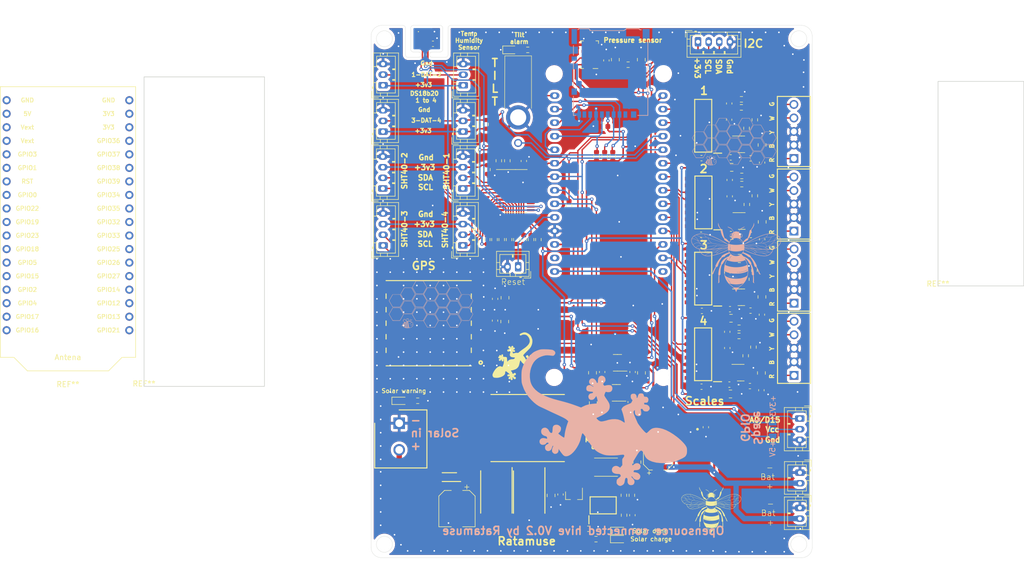
<source format=kicad_pcb>
(kicad_pcb (version 20211014) (generator pcbnew)
  (layers (0 "F.Cu" signal) (31 "B.Cu" signal) (34 "B.Paste" user) (35 "F.Paste" user) (36 "B.SilkS" user "B.Silkscreen") (37 "F.SilkS" user "F.Silkscreen") (38 "B.Mask" user) (39 "F.Mask" user) (44 "Edge.Cuts" user))
  (net 0 "")
  (net 1 "GND")
  (net 2 "+3V3")
  (net 3 "SCL")
  (net 4 "SDA")
  (net 5 "Net-(C13-Pad1)")
  (net 9 "+5V")
  (net 10 "VBAT")
  (net 12 "Net-(D6-Pad2)")
  (net 13 "Vsolar")
  (net 14 "Net-(D5-Pad1)")
  (net 15 "Net-(IC1-Pad10)")
  (net 16 "Net-(IC1-Pad8)")
  (net 17 "Net-(IC1-Pad6)")
  (net 18 "Net-(IC1-Pad5)")
  (net 19 "Net-(C4-Pad1)")
  (net 20 "Net-(C7-Pad2)")
  (net 21 "Net-(D1-Pad2)")
  (net 22 "Net-(D1-Pad1)")
  (net 23 "Net-(D3-Pad2)")
  (net 24 "Net-(D3-Pad1)")
  (net 25 "Net-(D4-Pad1)")
  (net 26 "DS18b20")
  (net 31 "Net-(D7-Pad2)")
  (net 32 "Net-(J4-Pad2)")
  (net 33 "TX_GPS")
  (net 34 "RX_GPS")
  (net 35 "INT1")
  (net 38 "A0{slash}D15")
  (net 39 "VCC")
  (net 40 "DAT1")
  (net 41 "CLK1")
  (net 42 "DAT3")
  (net 43 "CLK3")
  (net 44 "DAT2")
  (net 45 "CLK2")
  (net 46 "Tilt_led_alarm")
  (net 47 "VCC_GPS")
  (net 48 "Start_GPS")
  (net 50 "DAT4")
  (net 51 "CLK4")
  (net 53 "SD3-CS-D7")
  (net 54 "CMD-MOSI-D8")
  (net 55 "CLK-SCK-D9")
  (net 56 "SDO-MISO-D10")
  (net 58 "Net-(C22-Pad1)")
  (net 59 "Net-(C24-Pad1)")
  (net 60 "Net-(C24-Pad2)")
  (net 61 "Net-(C25-Pad2)")
  (net 62 "Net-(IC5-Pad2)")
  (net 63 "Net-(IC5-Pad3)")
  (net 64 "Net-(IC5-Pad4)")
  (net 68 "Net-(J15-Pad4)")
  (net 69 "Net-(J15-Pad5)")
  (net 70 "Net-(C29-Pad1)")
  (net 71 "Net-(C31-Pad1)")
  (net 72 "Net-(C31-Pad2)")
  (net 73 "Net-(C32-Pad2)")
  (net 74 "Net-(IC6-Pad2)")
  (net 75 "Net-(IC6-Pad3)")
  (net 76 "Net-(IC6-Pad4)")
  (net 80 "Net-(J16-Pad4)")
  (net 81 "Net-(J16-Pad5)")
  (net 82 "Net-(C36-Pad1)")
  (net 83 "Net-(C38-Pad1)")
  (net 84 "Net-(C38-Pad2)")
  (net 85 "Net-(C39-Pad2)")
  (net 86 "Net-(IC7-Pad2)")
  (net 87 "Net-(IC7-Pad3)")
  (net 88 "Net-(IC7-Pad4)")
  (net 92 "Net-(J2-Pad4)")
  (net 93 "Net-(J2-Pad5)")
  (net 94 "Net-(C43-Pad1)")
  (net 95 "Net-(C45-Pad1)")
  (net 96 "Net-(C45-Pad2)")
  (net 97 "Net-(C46-Pad2)")
  (net 98 "Net-(IC8-Pad2)")
  (net 99 "Net-(IC8-Pad3)")
  (net 100 "Net-(IC8-Pad4)")
  (net 104 "Net-(J10-Pad4)")
  (net 105 "Net-(J10-Pad5)")
  (net 106 "Reset-button")
  (net 107 "SC0")
  (net 108 "SD0")
  (net 109 "SC3")
  (net 110 "SD3")
  (net 111 "SC1")
  (net 112 "SD1")
  (net 113 "SC2")
  (net 114 "SD2")
  (net 115 "Net-(R32-Pad1)")
  (net 116 "SD4")
  (net 117 "SC4")
  (net 124 "Start_modules")
  (footprint "Capacitor_SMD:CP_Elec_6.3x7.7" (layer "F.Cu") (at 102.625 159.81 -90)
    (fp_text reference "C1" hide)
    (fp_text value "100µF/35V")
  )
  (footprint "Capacitor_SMD:C_0603_1608Metric" (layer "F.Cu") (at 122.06 157.16 -90)
    (fp_text reference "C2" hide)
    (fp_text value "470nF/50V")
  )
  (footprint "Capacitor_SMD:C_0805_2012Metric" (layer "F.Cu") (at 120.29 157.34 -90)
    (fp_text reference "C3" hide)
    (fp_text value "4.7µF/50V")
  )
  (footprint "Capacitor_SMD:C_0603_1608Metric" (layer "F.Cu") (at 135.56 161.05 -90)
    (fp_text reference "C4" hide)
    (fp_text value "220nF")
  )
  (footprint "Capacitor_SMD:C_0603_1608Metric" (layer "F.Cu") (at 149.347466 144.532466 -90)
    (fp_text reference "C5" hide)
    (fp_text value "0.1µF")
  )
  (footprint "Capacitor_SMD:C_0603_1608Metric" (layer "F.Cu") (at 127.27 163.6)
    (fp_text reference "C7" hide)
    (fp_text value "0.1µF/50V")
  )
  (footprint "Capacitor_SMD:C_0805_2012Metric" (layer "F.Cu") (at 136.41 151.085 90)
    (fp_text reference "C8" hide)
    (fp_text value "10µF")
  )
  (footprint "Capacitor_SMD:CP_Elec_5x5.4" (layer "F.Cu") (at 140.38 149.81 90)
    (fp_text reference "C9" hide)
    (fp_text value "10µF")
  )
  (footprint "LED_SMD:LED_0603_1608Metric_Castellated" (layer "F.Cu") (at 92.09 139.58)
    (fp_text reference "D1" hide)
    (fp_text value "LED")
  )
  (footprint "Empreintes:SODFL3616X98N" (layer "F.Cu") (at 101.2 153.9 180)
    (fp_text reference "D2" hide)
    (fp_text value "MBR230LSFT1G" hide)
  )
  (footprint "LED_SMD:LED_0603_1608Metric_Castellated" (layer "F.Cu") (at 133.12 165.542)
    (fp_text reference "D3" hide)
    (fp_text value "LED")
  )
  (footprint "LED_SMD:LED_0603_1608Metric_Castellated" (layer "F.Cu") (at 133.14 163.992)
    (fp_text reference "D4" hide)
    (fp_text value "LED")
  )
  (footprint "Empreintes:DIOM8059X256N" (layer "F.Cu") (at 116.18 156.71 -90)
    (fp_text reference "D5" hide)
    (fp_text value "SS34" hide)
  )
  (footprint "Empreintes:DIOM8059X256N" (layer "F.Cu") (at 110.025 156.685 -90)
    (fp_text reference "D6" hide)
    (fp_text value "SS34" hide)
  )
  (footprint "Empreintes:SOP100P600X175-10N" (layer "F.Cu") (at 130.07 159.2 90)
    (fp_text reference "IC1" hide)
    (fp_text value "CN3791" hide)
  )
  (footprint "Empreintes:SHDR2W90P0X500_1X2_1060X980X1380P" (layer "F.Cu") (at 91.78 143.785 -90)
    (fp_text reference "J1" hide)
    (fp_text value "Conn_01x02" hide)
  )
  (footprint "Connector_JST:JST_PH_B4B-PH-K_1x04_P2.00mm_Vertical" (layer "F.Cu") (at 147.87 72.18)
    (fp_text reference "J5" hide)
    (fp_text value "Conn_01x04")
  )
  (footprint "Empreintes:INDPM138126X700N" (layer "F.Cu") (at 115.89 144.69)
    (fp_text reference "L1" hide)
    (fp_text value "82µH/3A" hide)
  )
  (footprint "Package_TO_SOT_SMD:SOT-23" (layer "F.Cu") (at 124.59 157.35 -90)
    (fp_text reference "Q1" hide)
    (fp_text value "AO3401A")
  )
  (footprint "Resistor_SMD:R_0603_1608Metric" (layer "F.Cu") (at 95.25 139.57)
    (fp_text reference "R1" hide)
    (fp_text value "2K")
  )
  (footprint "Resistor_SMD:R_0603_1608Metric" (layer "F.Cu") (at 133.99 161.05 90)
    (fp_text reference "R2" hide)
    (fp_text value "120")
  )
  (footprint "Resistor_SMD:R_0603_1608Metric" (layer "F.Cu") (at 128.72 165.54)
    (fp_text reference "R3" hide)
    (fp_text value "10K")
  )
  (footprint "Resistor_SMD:R_0603_1608Metric" (layer "F.Cu") (at 135.46 157.31 -90)
    (fp_text reference "R4" hide)
    (fp_text value "10K")
  )
  (footprint "Resistor_SMD:R_0603_1608Metric" (layer "F.Cu") (at 133.96 157.31 90)
    (fp_text reference "R5" hide)
    (fp_text value "30K")
  )
  (footprint "Resistor_SMD:R_2512_6332Metric" (layer "F.Cu") (at 130.6 152.03)
    (fp_text reference "R6" hide)
    (fp_text value "0.24R")
  )
  (footprint "Resistor_SMD:R_0603_1608Metric" (layer "F.Cu") (at 112.08 94.51 -90)
    (fp_text reference "R7" hide)
    (fp_text value "10K")
  )
  (footprint "Resistor_SMD:R_0603_1608Metric" (layer "F.Cu") (at 110.48 94.51 -90)
    (fp_text reference "R8" hide)
    (fp_text value "10K")
  )
  (footprint "Connector_JST:JST_PH_B2B-PH-K_1x02_P2.00mm_Vertical" (layer "F.Cu") (at 167.01 153.05 -90)
    (fp_text reference "J6" hide)
    (fp_text value "Conn_01x02")
  )
  (footprint "Connector_JST:JST_PH_B2B-PH-K_1x02_P2.00mm_Vertical" (layer "F.Cu") (at 166.99 159.69 -90)
    (fp_text reference "J7" hide)
    (fp_text value "Conn_01x02")
  )
  (footprint "Empreintes:SON50P200X200X80-9N-D" (layer "F.Cu") (at 146.397466 143.507466 180)
    (fp_text reference "IC2" hide)
    (fp_text value "MAX17048G+" hide)
  )
  (footprint "Connector_JST:JST_PH_B3B-PH-K_1x03_P2.00mm_Vertical" (layer "F.Cu") (at 88.74 89.04 90)
    (fp_text reference "J8" hide)
    (fp_text value "Conn_01x03")
  )
  (footprint "Connector_JST:JST_PH_B3B-PH-K_1x03_P2.00mm_Vertical" (layer "F.Cu") (at 88.75 80.34 90)
    (fp_text reference "J9" hide)
    (fp_text value "Conn_01x03")
  )
  (footprint "Connector_JST:JST_PH_B3B-PH-K_1x03_P2.00mm_Vertical" (layer "F.Cu") (at 103.76 89.03 90)
    (fp_text reference "J3" hide)
    (fp_text value "Conn_01x03")
  )
  (footprint "Empreintes:L80-M39" (layer "F.Cu") (at 89.565 119.93)
    (fp_text reference "IC3" hide)
    (fp_text value "L86-M33" hide)
  )
  (footprint "Capacitor_SMD:C_0603_1608Metric" (layer "F.Cu") (at 109.765 124.525 -90)
    (fp_text reference "C6" hide)
    (fp_text value "0.1µF")
  )
  (footprint "Capacitor_SMD:C_0805_2012Metric" (layer "F.Cu") (at 111.59 124.7 -90)
    (fp_text reference "C11" hide)
    (fp_text value "10µF")
  )
  (footprint "Resistor_SMD:R_0603_1608Metric" (layer "F.Cu") (at 123.66 102.92 90)
    (fp_text reference "R10" hide)
    (fp_text value "100k")
  )
  (footprint "Empreintes:RB231X2" (layer "F.Cu") (at 114.11 87.22 90)
    (fp_text reference "S1" hide)
    (fp_text value "RB231X2" hide)
  )
  (footprint "Capacitor_SMD:C_0805_2012Metric" (layer "F.Cu") (at 128.07 134.31 -90)
    (fp_text reference "C18" hide)
    (fp_text value "10µF")
  )
  (footprint "Empreintes:Heltec" (layer "F.Cu") (at 192.93 118.11)
    (fp_text reference "REF**")
    (fp_text value "Heltec")
    (fp_rect (start 0 -0.1) (end 16.1 -38.5) (layer "Edge.Cuts") (width 0.12) (fill none))
  )
  (footprint "Capacitor_SMD:C_0603_1608Metric" (layer "F.Cu") (at 109.78 120.44 90)
    (fp_text reference "C20" hide)
    (fp_text value "0.1µF")
  )
  (footprint "Resistor_SMD:R_0603_1608Metric" (layer "F.Cu") (at 158.54 86.83 90)
    (fp_text reference "R17")
    (fp_text value "8.2K")
  )
  (footprint "Capacitor_SMD:C_0805_2012Metric" (layer "F.Cu") (at 159.9 91.55 90)
    (fp_text reference "C23")
    (fp_text value "10µF")
  )
  (footprint "Capacitor_SMD:C_0805_2012Metric" (layer "F.Cu") (at 136.85375 139.98 -90)
    (fp_text reference "C52")
    (fp_text value "0.1µF")
  )
  (footprint "Resistor_SMD:R_0603_1608Metric" (layer "F.Cu") (at 108.34 96.17 90)
    (fp_text reference "R32")
    (fp_text value "10K")
  )
  (footprint "Capacitor_SMD:C_0805_2012Metric" (layer "F.Cu") (at 159.77 134.35 90)
    (fp_text reference "C44")
    (fp_text value "10µF")
  )
  (footprint "Connector_JST:JST_PH_B3B-PH-K_1x03_P2.00mm_Vertical" (layer "F.Cu") (at 103.8 80.35 90)
    (fp_text reference "J14" hide)
    (fp_text value "Conn_01x03")
  )
  (footprint "Package_TO_SOT_SMD:SOT-23" (layer "F.Cu") (at 155.89 134.29)
    (fp_text reference "Q5")
    (fp_text value "MMBT4403")
  )
  (footprint "Capacitor_SMD:C_0603_1608Metric" (layer "F.Cu") (at 135.23375 139.81 -90)
    (fp_text reference "C51")
    (fp_text value "10µF")
  )
  (footprint "Resistor_SMD:R_0603_1608Metric" (layer "F.Cu") (at 158.28 129.5 90)
    (fp_text reference "R29")
    (fp_text value "8.2K")
  )
  (footprint "Resistor_SMD:R_0603_1608Metric" (layer "F.Cu") (at 156.98 88.41 90)
    (fp_text reference "R16")
    (fp_text value "20K")
  )
  (footprint "Empreintes:connecteurs5" (layer "F.Cu") (at 165.87 107.72 90)
    (fp_text reference "J16")
    (fp_text value "Conn_01x05" hide)
  )
  (footprint "Connector_JST:JST_PH_B2B-PH-K_1x02_P2.00mm_Vertical" (layer "F.Cu") (at 114.11 114.42 180)
    (fp_text reference "J19")
    (fp_text value "Conn_01x02")
  )
  (footprint "Capacitor_SMD:C_0603_1608Metric" (layer "F.Cu") (at 153.37 112.33 90)
    (fp_text reference "C38")
    (fp_text value "0.1µF")
  )
  (footprint "Capacitor_SMD:C_0603_1608Metric" (layer "F.Cu") (at 148.6 122.7)
    (fp_text reference "C41")
    (fp_text value "0.1µF")
  )
  (footprint "Capacitor_SMD:C_0603_1608Metric" (layer "F.Cu") (at 154.04 108.27)
    (fp_text reference "C33")
    (fp_text value "0.1µF")
  )
  (footprint "Resistor_SMD:R_0603_1608Metric" (layer "F.Cu") (at 109.67 109.31 -90)
    (fp_text reference "R40")
    (fp_text value "10K")
  )
  (footprint "Resistor_SMD:R_0603_1608Metric" (layer "F.Cu") (at 112.4 109.31 -90)
    (fp_text reference "R38")
    (fp_text value "10K")
  )
  (footprint "Inductor_SMD:L_0603_1608Metric" (layer "F.Cu") (at 157.73 122.64 180)
    (fp_text reference "L4")
    (fp_text value "3.3µH")
  )
  (footprint "Resistor_SMD:R_0603_1608Metric" (layer "F.Cu") (at 115.15 109.31 -90)
    (fp_text reference "R36")
    (fp_text value "10K")
  )
  (footprint "Capacitor_SMD:C_0603_1608Metric" (layer "F.Cu") (at 159.92 109.25 -90)
    (fp_text reference "C29")
    (fp_text value "0.1µF")
  )
  (footprint "Capacitor_SMD:C_0805_2012Metric" (layer "F.Cu") (at 159.92 105.99 90)
    (fp_text reference "C30")
    (fp_text value "10µF")
  )
  (footprint "LED_SMD:LED_0603_1608Metric" (layer "F.Cu") (at 112.7 73.7)
    (fp_text reference "D7" hide)
    (fp_text value "LED")
  )
  (footprint "Resistor_SMD:R_0603_1608Metric" (layer "F.Cu") (at 158.46 115.1 90)
    (fp_text reference "R25")
    (fp_text value "8.2K")
  )
  (footprint "Capacitor_SMD:C_0805_2012Metric" (layer "F.Cu") (at 154.23 109.99)
    (fp_text reference "C35")
    (fp_text value "10µF")
  )
  (footprint "Capacitor_SMD:C_0805_2012Metric" (layer "F.Cu") (at 153.97 138.29)
    (fp_text reference "C49")
    (fp_text value "10µF")
  )
  (footprint "Empreintes:connecteurs5" (layer "F.Cu") (at 165.9 121.25 90)
    (fp_text reference "J2")
    (fp_text value "Conn_01x05" hide)
  )
  (footprint "Package_TO_SOT_SMD:SOT-23" (layer "F.Cu") (at 156.09 105.82)
    (fp_text reference "Q3")
    (fp_text value "MMBT4403")
  )
  (footprint "Package_SO:TSSOP-24_4.4x7.8mm_P0.65mm" (layer "F.Cu") (at 113.61 100.2)
    (fp_text reference "U4")
    (fp_text value "TCA9548APWR")
  )
  (footprint "Resistor_SMD:R_0603_1608Metric" (layer "F.Cu") (at 108.31 109.31 -90)
    (fp_text reference "R39")
    (fp_text value "10K")
  )
  (footprint "Package_TO_SOT_SMD:SOT-23-5" (layer "F.Cu") (at 132.54375 138.08 180)
    (fp_text reference "U5")
    (fp_text value "XC6220B331MR")
  )
  (footprint "Resistor_SMD:R_0603_1608Metric" (layer "F.Cu") (at 156.82 131.12 90)
    (fp_text reference "R28")
    (fp_text value "20K")
  )
  (footprint "Capacitor_SMD:C_0603_1608Metric" (layer "F.Cu") (at 159.9 94.86 -90)
    (fp_text reference "C22")
    (fp_text value "0.1µF")
  )
  (footprint "Capacitor_SMD:C_0805_2012Metric" (layer "F.Cu") (at 137.225 75.53 90)
    (fp_text reference "C12" hide)
    (fp_text value "10µF")
  )
  (footprint "Capacitor_SMD:C_0603_1608Metric" (layer "F.Cu") (at 159.87 123.41 -90)
    (fp_text reference "C36")
    (fp_text value "0.1µF")
  )
  (footprint "Capacitor_SMD:C_0603_1608Metric" (layer "F.Cu") (at 153.88 122.37)
    (fp_text reference "C40")
    (fp_text value "0.1µF")
  )
  (footprint "Resistor_SMD:R_0603_1608Metric" (layer "F.Cu") (at 115.91 73.7)
    (fp_text reference "R11" hide)
    (fp_text value "10K")
  )
  (footprint "Capacitor_SMD:C_0603_1608Metric" (layer "F.Cu") (at 148.53 136.92)
    (fp_text reference "C48")
    (fp_text value "0.1µF")
  )
  (footprint "Capacitor_SMD:C_0603_1608Metric" (layer "F.Cu") (at 135.59 134.17 -90)
    (fp_text reference "C15" hide)
    (fp_text value "0.1µF")
  )
  (footprint "Resistor_SMD:R_0603_1608Metric" (layer "F.Cu") (at 134.75 76.48)
    (fp_text reference "FB1" hide)
    (fp_text value "FerriteBead")
  )
  (footprint "Capacitor_SMD:C_0603_1608Metric" (layer "F.Cu") (at 148.45 108.41)
    (fp_text reference "C34")
    (fp_text value "0.1µF")
  )
  (footprint "Inductor_SMD:L_0603_1608Metric" (layer "F.Cu") (at 157.74 94.06 180)
    (fp_text reference "L2")
    (fp_text value "3.3µH")
  )
  (footprint "Inductor_SMD:L_0603_1608Metric" (layer "F.Cu") (at 157.62 136.81 180)
    (fp_text reference "L5")
    (fp_text value "3.3µH")
  )
  (footprint "Capacitor_SMD:C_0805_2012Metric" (layer "F.Cu") (at 111.64 120.23 90)
    (fp_text reference "C21" hide)
    (fp_text value "4.7µF")
  )
  (footprint "Resistor_SMD:R_0603_1608Metric" (layer "F.Cu") (at 155.64 111.56)
    (fp_text reference "R27")
    (fp_text value "100")
  )
  (footprint "Empreintes:SOIC127P600X160-16N" (layer "F.Cu") (at 148.89 102.33 180)
    (fp_text reference "IC6")
    (fp_text value "HX711" hide)
  )
  (footprint "Resistor_SMD:R_0603_1608Metric" (layer "F.Cu") (at 128.82 93.71 90)
    (fp_text reference "R15" hide)
    (fp_text value "10k")
  )
  (footprint "Connector_JST:JST_PH_B3B-PH-K_1x03_P2.00mm_Vertical" (layer "F.Cu") (at 166.98 142.9 -90)
    (fp_text reference "J4")
    (fp_text value "Conn_01x03")
  )
  (footprint "Empreintes:bee" (layer "F.Cu") (at 154.087812 160.057451)
    (fp_text reference "G***" hide)
    (fp_text value "LOGO" hide)
  )
  (footprint "Empreintes:SOIC127P600X160-16N" (layer "F.Cu") (at 148.85 116.64 180)
    (fp_text reference "IC7")
    (fp_text value "HX711" hide)
  )
  (footprint "Empreintes:ARDUINO_ABX00012" (layer "F.Cu") (at 143.6275 137.435 90)
    (fp_text reference "U1" hide)
    (fp_text value "MKRWAN_1310")
  )
  (footprint "Capacitor_SMD:C_0603_1608Metric" (layer "F.Cu") (at 130.17 88.08 180)
    (fp_text reference "C19" hide)
    (fp_text value "0.1µF")
  )
  (footprint "Resistor_SMD:R_0603_1608Metric" (layer "F.Cu") (at 157.04 102.72 90)
    (fp_text reference "R20")
    (fp_text value "20K")
  )
  (footprint "Empreintes:Heltec stick v3" (layer "F.Cu") (at 43.885 136.865)
    (fp_text reference "REF**")
    (fp_text value "Heltec stick v3")
    (fp_rect (start 0 0) (end 22.6 -58.1) (layer "Edge.Cuts") (width 0.12) (fill none))
  )
  (footprint "Resistor_SMD:R_0603_1608Metric" (layer "F.Cu") (at 155.57 127.4)
    (fp_text reference "R30")
    (fp_text value "100")
  )
  (footprint "Resistor_SMD:R_0603_1608Metric" (layer "F.Cu") (at 117.91 109.31 -90)
    (fp_text reference "R34")
    (fp_text value "10K")
  )
  (footprint "Empreintes:Logo Ratamuse petit" (layer "F.Cu") (at 113.07 131.57 -160)
    (fp_text reference "G***" hide)
    (fp_text value "LOGO" hide)
  )
  (footprint "Fiducial:Fiducial_1mm_Mask3mm" (layer "F.Cu") (at 92.24 162.03)
    (fp_text reference "FID4" hide)
    (fp_text value "Fiducial")
  )
  (footprint "Capacitor_SMD:C_0805_2012Metric" (layer "F.Cu") (at 154.2 95.75)
    (fp_text reference "C27")
    (fp_text value "10µF")
  )
  (footprint "Fiducial:Fiducial_1mm_Mask3mm" (layer "F.Cu") (at 109.37 72.03)
    (fp_text reference "FID1" hide)
    (fp_text value "Fiducial")
  )
  (footprint "Capacitor_SMD:C_0805_2012Metric" (layer "F.Cu") (at 154.07 124.08)
    (fp_text reference "C42")
    (fp_text value "10µF")
  )
  (footprint "Capacitor_SMD:C_0603_1608Metric" (layer "F.Cu") (at 148.52 94.02)
    (fp_text reference "C28")
    (fp_text value "0.1µF")
  )
  (footprint "Capacitor_SMD:C_0603_1608Metric" (layer "F.Cu") (at 153.82 98.12 90)
    (fp_text reference "C31")
    (fp_text value "0.1µF")
  )
  (footprint "Empreintes:SOIC127P600X160-16N" (layer "F.Cu") (at 148.83 130.84 180)
    (fp_text reference "IC8")
    (fp_text value "HX711" hide)
  )
  (footprint "Resistor_SMD:R_0603_1608Metric" (layer "F.Cu") (at 155.64 113.11)
    (fp_text reference "R26")
    (fp_text value "100")
  )
  (footprint "Capacitor_SMD:C_0603_1608Metric" (layer "F.Cu") (at 129.84375 139.81 -90)
    (fp_text reference "C53")
    (fp_text value "0.1µF")
  )
  (footprint "Capacitor_SMD:C_0603_1608Metric" (layer "F.Cu") (at 153.76 136.53)
    (fp_text reference "C47")
    (fp_text value "0.1µF")
  )
  (footprint "Capacitor_SMD:C_0603_1608Metric" (layer "F.Cu") (at 154.01 93.89)
    (fp_text reference "C26")
    (fp_text value "0.1µF")
  )
  (footprint "Resistor_SMD:R_0603_1608Metric" (layer "F.Cu") (at 158.54 101.09 90)
    (fp_text reference "R21")
    (fp_text value "8.2K")
  )
  (footprint "Resistor_SMD:R_0603_1608Metric" (layer "F.Cu") (at 130.35 93.71 90)
    (fp_text reference "R14" hide)
    (fp_text value "10k")
  )
  (footprint "Connector_JST:JST_PH_B4B-PH-K_1x04_P2.00mm_Vertical" (layer "F.Cu") (at 103.73 99.72 90)
    (fp_text reference "J11")
    (fp_text value "Conn_01x04")
  )
  (footprint "Capacitor_SMD:C_0603_1608Metric" (layer "F.Cu") (at 130.675 75.68 90)
    (fp_text reference "C14" hide)
    (fp_text value "0.1µF")
  )
  (footprint "Empreintes:SHT41AD1BR3" (layer "F.Cu") (at 96.637391 70.682391)
    (fp_text reference "IC4" hide)
    (fp_text value "SHT41-AD1B-R3" hide)
  )
  (footprint "Resistor_SMD:R_0603_1608Metric" (layer "F.Cu") (at 111.02 109.31 -90)
    (fp_text reference "R37")
    (fp_text value "10K")
  )
  (footprint "Package_TO_SOT_SMD:SOT-23" (layer "F.Cu") (at 156.01 120.14)
    (fp_text reference "Q4")
    (fp_text value "MMBT4403")
  )
  (footprint "Empreintes:Heltec_WiFi_LoRa_V2" (layer "F.Cu") (at 29.6 108.55)
    (fp_text reference "REF**")
    (fp_text value "Heltec WiFi LoRa V2")
  )
  (footprint "Capacitor_SMD:C_0603_1608Metric" (layer "F.Cu") (at 153.71 86.81 90)
    (fp_text reference "C25")
    (fp_text value "0.1µF")
  )
  (footprint "Resistor_SMD:R_0603_1608Metric" (layer "F.Cu") (at 116.53 109.31 -90)
    (fp_text reference "R33")
    (fp_text value "10K")
  )
  (footprint "Fiducial:Fiducial_1mm_Mask3mm" (layer "F.Cu") (at 161.85 72.6)
    (fp_text reference "FID2" hide)
    (fp_text value "Fiducial")
  )
  (footprint "Resistor_SMD:R_0603_1608Metric" (layer "F.Cu") (at 156.09 98.89)
    (fp_text reference "R22")
    (fp_text value "100")
  )
  (footprint "Capacitor_SMD:C_0603_1608Metric" (layer "F.Cu") (at 153.82 101.19 90)
    (fp_text reference "C32")
    (fp_text value "0.1µF")
  )
  (footprint "Capacitor_SMD:C_0603_1608Metric" (layer "F.Cu") (at 159.77 137.59 -90)
    (fp_text reference "C43")
    (fp_text value "0.1µF")
  )
  (footprint "Resistor_SMD:R_0603_1608Metric" (layer "F.Cu") (at 113.78 109.31 -90)
    (fp_text reference "R35")
    (fp_text value "10K")
  )
  (footprint "Capacitor_SMD:C_0603_1608Metric" (layer "F.Cu") (at 115.18 94.56 90)
    (fp_text reference "C50")
    (fp_text value "0.1µF")
  )
  (footprint "Fiducial:Fiducial_1mm_Mask3mm" (layer "F.Cu") (at 160.91 165.12)
    (fp_text reference "FID3" hide)
    (fp_text value "Fiducial")
  )
  (footprint "Inductor_SMD:L_0603_1608Metric" (layer "F.Cu") (at 157.79 108.45 180)
    (fp_text reference "L3")
    (fp_text value "3.3µH")
  )
  (footprint "Empreintes:SOIC127P600X160-16N" (layer "F.Cu") (at 148.848 87.945 180)
    (fp_text reference "IC5")
    (fp_text value "HX711" hide)
  )
  (footprint "Capacitor_SMD:C_0603_1608Metric" (layer "F.Cu") (at 153.73 83.76 90)
    (fp_text reference "C24")
    (fp_text value "0.1µF")
  )
  (footprint "Capacitor_SMD:C_0805_2012Metric" (layer "F.Cu") (at 128.20375 139.98 -90)
    (fp_text reference "C54")
    (fp_text value "10µF")
  )
  (footprint "Resistor_SMD:R_0603_1608Metric" (layer "F.Cu") (at 107.98 87.68 -90)
    (fp_text reference "R9" hide)
    (fp_text value "4.7K")
  )
  (footprint "Resistor_SMD:R_0603_1608Metric" (layer "F.Cu") (at 155.58 125.87)
    (fp_text reference "R31")
    (fp_text value "100")
  )
  (footprint "Capacitor_SMD:C_0603_1608Metric" (layer "F.Cu") (at 153.36 126.62 90)
    (fp_text reference "C45")
    (fp_text value "0.1µF")
  )
  (footprint "Empreintes:connecteurs5" (layer "F.Cu") (at 165.9 134.8 90)
    (fp_text reference "J10")
    (fp_text value "Conn_01x05" hide)
  )
  (footprint "Capacitor_SMD:C_0805_2012Metric" (layer "F.Cu") (at 132.35 75.53 90)
    (fp_text reference "C13" hide)
    (fp_text value "10µF")
  )
  (footprint "Package_LGA:LGA-8_3x5mm_P1.25mm" (layer "F.Cu") (at 127.545 74.6 180)
    (fp_text reference "U2" hide)
    (fp_text value "MS5611-01BA")
  )
  (footprint "Capacitor_SMD:C_0805_2012Metric" (layer "F.Cu") (at 137.26 134.34 -90)
    (fp_text reference "C16" hide)
    (fp_text value "10µF")
  )
  (footprint "Capacitor_SMD:C_0603_1608Metric" (layer "F.Cu") (at 98.112391 72.557391)
    (fp_text reference "C10" hide)
    (fp_text value "0.1µF")
  )
  (footprint "Connector_JST:JST_PH_B4B-PH-K_1x04_P2.00mm_Vertical" (layer "F.Cu") (at 88.76 110.41 90)
    (fp_text reference "J12")
    (fp_text value "Conn_01x04")
  )
  (footprint "Capacitor_SMD:C_0805_2012Metric" (layer "F.Cu") (at 159.87 120.07 90)
    (fp_text reference "C37")
    (fp_text value "10µF")
  )
  (footprint "Package_TO_SOT_SMD:SOT-23-5" (layer "F.Cu") (at 132.75 132.44 180)
    (fp_text reference "U3" hide)
    (fp_text value "XC6220B331MR")
  )
  (footprint "Connector_JST:JST_PH_B4B-PH-K_1x04_P2.00mm_Vertical" (layer "F.Cu") (at 88.71 99.72 90)
    (fp_text reference "J17")
    (fp_text value "Conn_01x04")
  )
  (footprint "Capacitor_SMD:C_0603_1608Metric" (layer "F.Cu") (at 153.37 115.5 90)
    (fp_text reference "C39")
    (fp_text value "0.1µF")
  )
  (footprint "Capacitor_SMD:C_0603_1608Metric" (layer "F.Cu") (at 129.88 134.17 -90)
    (fp_text reference "C17" hide)
    (fp_text value "0.1µF")
  )
  (footprint "Empreintes:connecteurs5" (layer "F.Cu") (at 165.87 94.1 90)
    (fp_text reference "J15")
    (fp_text value "Conn_01x05" hide)
  )
  (footprint "Connector_JST:JST_PH_B4B-PH-K_1x04_P2.00mm_Vertical" (layer "F.Cu") (at 103.73 110.4 90)
    (fp_text reference "J18")
    (fp_text value "Conn_01x04")
  )
  (footprint "Resistor_SMD:R_0603_1608Metric" (layer "F.Cu") (at 131.87 93.71 90)
    (fp_text reference "R13" hide)
    (fp_text value "10k")
  )
  (footprint "Resistor_SMD:R_0603_1608Metric" (layer "F.Cu") (at 156.02 82.98)
    (fp_text reference "R19")
    (fp_text value "100")
  )
  (footprint "Resistor_SMD:R_0603_1608Metric" (layer "F.Cu") (at 156.94 116.75 90)
    (fp_text reference "R24")
    (fp_text value "20K")
  )
  (footprint "Package_TO_SOT_SMD:SOT-23" (layer "F.Cu") (at 156.01 91.43)
    (fp_text reference "Q2")
    (fp_text value "MMBT4403")
  )
  (footprint "Resistor_SMD:R_0603_1608Metric" (layer "F.Cu") (at 156.01 84.5)
    (fp_text reference "R18")
    (fp_text value "100")
  )
  (footprint "Resistor_SMD:R_0603_1608Metric" (layer "F.Cu") (at 156.09 97.37)
    (fp_text reference "R23")
    (fp_text value "100")
  )
  (footprint "Capacitor_SMD:C_0603_1608Metric" (layer "F.Cu") (at 153.37 129.67 90)
    (fp_text reference "C46")
    (fp_text value "0.1µF")
  )
  (footprint "Jumper:SolderJumper-3_P1.3mm_Open_RoundedPad1.0x1.5mm_NumberLabels" (layer "B.Cu") (at 161.89 144.96 -90)
    (fp_text reference "JP1" hide)
    (fp_text value "SolderJumper_3_Open")
  )
  (footprint "Empreintes:bee large" (layer "B.Cu") (at 149.438973 112.651178 180)
    (fp_text reference "G***" hide)
    (fp_text value "LOGO" hide)
  )
  (footprint "Connector_Card:microSD_HC_Hirose_DM3AT-SF-PEJM5" (layer "B.Cu") (at 131.46 78.11)
    (fp_text reference "J13" hide)
    (fp_text value "Micro_SD_Card")
  )
  (footprint "Empreintes:Logo Ratamuse" (layer "B.Cu") (at 130.28263 142.703428)
    (fp_text reference "G***" hide)
    (fp_text value "LOGO" hide)
  )
  (footprint "Empreintes:alvéoles" (layer "B.Cu") (at 154.694266 91.622034 180)
    (fp_text reference "G***" hide)
    (fp_text value "LOGO" hide)
  )
  (footprint "Empreintes:alvéoles" (layer "B.Cu") (at 97.77 122.19 180)
    (fp_text reference "G***" hide)
    (fp_text value "LOGO" hide)
  )
  (gr_line (start 88.5 169.01) (end 167.3 169.01) (layer "Edge.Cuts") (width 0.05))
  (gr_arc (start 94.45 74.1) (mid 94.096447 73.953553) (end 93.95 73.6) (layer "Edge.Cuts") (width 0.05))
  (gr_arc (start 167.3 69.1) (mid 168.717745 69.689326) (end 169.3 71.11) (layer "Edge.Cuts") (width 0.05))
  (gr_line (start 100.45 75.1) (end 97.95 75.1) (layer "Edge.Cuts") (width 0.05))
  (gr_line (start 86.5 80.39) (end 86.5 167.11) (layer "Edge.Cuts") (width 0.05))
  (gr_line (start 97.95 74.1) (end 99.45 74.1) (layer "Edge.Cuts") (width 0.05))
  (gr_circle (center 166.8 71.61) (end 166.8 70.11) (layer "Edge.Cuts") (width 0.05) (fill none))
  (gr_arc (start 99.95 73.6) (mid 99.803553 73.953553) (end 99.45 74.1) (layer "Edge.Cuts") (width 0.05))
  (gr_line (start 99.95 73.6) (end 99.95 69.6) (layer "Edge.Cuts") (width 0.05))
  (gr_arc (start 99.45 69.1) (mid 99.803553 69.246447) (end 99.95 69.6) (layer "Edge.Cuts") (width 0.05))
  (gr_line (start 93.95 73.6) (end 93.95 69.6) (layer "Edge.Cuts") (width 0.05))
  (gr_arc (start 93.45 75.1) (mid 93.096447 74.953553) (end 92.95 74.6) (layer "Edge.Cuts") (width 0.05))
  (gr_circle (center 89 166.51) (end 89 168.01) (layer "Edge.Cuts") (width 0.05) (fill none))
  (gr_line (start 93.45 75.1) (end 95.4 75.1) (layer "Edge.Cuts") (width 0.05))
  (gr_arc (start 100.95 69.6) (mid 101.096447 69.246447) (end 101.45 69.1) (layer "Edge.Cuts") (width 0.05))
  (gr_line (start 167.3 69.1) (end 125.9 69.1) (layer "Edge.Cuts") (width 0.05))
  (gr_line (start 99.45 69.1) (end 94.45 69.1) (layer "Edge.Cuts") (width 0.05))
  (gr_line (start 100.95 69.6) (end 100.95 74.6) (layer "Edge.Cuts") (width 0.05))
  (gr_line (start 88.5 69.1) (end 92.45 69.1) (layer "Edge.Cuts") (width 0.05))
  (gr_line (start 169.3 82.61) (end 169.3 73.61) (layer "Edge.Cuts") (width 0.05))
  (gr_arc (start 86.5 71.11) (mid 87.085184 69.692255) (end 88.5 69.1) (layer "Edge.Cuts") (width 0.05))
  (gr_arc (start 169.3 167.11) (mid 168.707846 168.489311) (end 167.3 169.01) (layer "Edge.Cuts") (width 0.05))
  (gr_arc (start 88.5 169.01) (mid 87.092154 168.489311) (end 86.5 167.11) (layer "Edge.Cuts") (width 0.05))
  (gr_arc (start 95.4 74.1) (mid 95.9 74.6) (end 95.4 75.1) (layer "Edge.Cuts") (width 0.05))
  (gr_circle (center 166.8 166.51) (end 166.8 168.01) (layer "Edge.Cuts") (width 0.05) (fill none))
  (gr_arc (start 97.95 75.1) (mid 97.45 74.6) (end 97.95 74.1) (layer "Edge.Cuts") (width 0.05))
  (gr_arc (start 100.95 74.6) (mid 100.803553 74.953553) (end 100.45 75.1) (layer "Edge.Cuts") (width 0.05))
  (gr_line (start 169.3 73.61) (end 169.3 71.11) (layer "Edge.Cuts") (width 0.05))
  (gr_arc (start 93.95 69.6) (mid 94.096447 69.246447) (end 94.45 69.1) (layer "Edge.Cuts") (width 0.05))
  (gr_line (start 86.5 80.39) (end 86.5 71.11) (layer "Edge.Cuts") (width 0.05))
  (gr_arc (start 92.45 69.1) (mid 92.802106 69.247894) (end 92.95 69.6) (layer "Edge.Cuts") (width 0.05))
  (gr_line (start 169.3 167.11) (end 169.3 82.61) (layer "Edge.Cuts") (width 0.05))
  (gr_circle (center 89 71.61) (end 89 70.11) (layer "Edge.Cuts") (width 0.05) (fill none))
  (gr_line (start 101.45 69.1) (end 125.9 69.1) (layer "Edge.Cuts") (width 0.05))
  (gr_line (start 92.95 69.6) (end 92.95 74.6) (layer "Edge.Cuts") (width 0.05))
  (gr_line (start 95.4 74.1) (end 94.45 74.1) (layer "Edge.Cuts") (width 0.05))
  (gr_text "-\nSolar in\n+" (at 93.76 145.63) (layer "B.SilkS") (effects (font (size 1.5 1.5) (thickness 0.3)) (justify right mirror)))
  (gr_text "Opensource connected hive V0.2 by Ratamuse" (at 126.32 163.97) (layer "B.SilkS") (effects (font (size 1.5 1.5) (thickness 0.3)) (justify mirror)))
  (gr_text "Spare\nGPIO" (at 157.89 144.63 -90) (layer "B.SilkS") (effects (font (size 1.5 1.5) (thickness 0.3)) (justify mirror)))
  (gr_text "Ratamuse" (at 115.71 165.93) (layer "F.SilkS") (effects (font (size 1.5 1.5) (thickness 0.3))))
  (gr_text "-\nBat \n+" (at 161.35 153.86) (layer "F.SilkS") (effects (font (size 1.1 1.1) (thickness 0.1))))
  (gr_text "Solar warning" (at 92.65 137.71) (layer "F.SilkS") (effects (font (size 0.8 0.8))))
  (gr_text "3-DAT-4\n\n" (at 96.87 87.58) (layer "F.SilkS") (effects (font (size 0.8 0.8) (thickness 0.2))))
  (gr_text "SDA" (at 96.63 108.33) (layer "F.SilkS") (effects (font (size 1 1) (thickness 0.25))))
  (gr_text "-\nBat \n+" (at 161.48 160.65) (layer "F.SilkS") (effects (font (size 1.1 1.1) (thickness 0.1))))
  (gr_text "+3v3\n" (at 96.56 95.75) (layer "F.SilkS") (effects (font (size 1 1) (thickness 0.25))))
  (gr_text "T\nI\nL\nT" (at 109.73 79.76) (layer "F.SilkS") (effects (font (size 1.5 1.5) (thickness 0.3))))
  (gr_text "Tilt\nalarm" (at 114.32 71.52) (layer "F.SilkS") (effects (font (size 0.8 0.8) (thickness 0.2))))
  (gr_text "R   B   Y   W   G" (at 161.73 129.74 90) (layer "F.SilkS") (effects (font (size 0.8 0.8) (thickness 0.2))))
  (gr_text "Solar charge" (at 139.07 165.54) (layer "F.SilkS") (effects (font (size 0.8 0.8))))
  (gr_text "+3v3\n" (at 96.48 106.39) (layer "F.SilkS") (effects (font (size 1 1) (thickness 0.25))))
  (gr_text "1-DAT-2\n\n" (at 96.9 78.99) (layer "F.SilkS") (effects (font (size 0.8 0.8) (thickness 0.2))))
  (gr_text "I2C" (at 158.26 72.51) (layer "F.SilkS") (effects (font (size 1.5 1.5) (thickness 0.3))))
  (gr_text "SCL\n\n" (at 148.94 76.82 -90) (layer "F.SilkS") (effects (font (size 1 1) (thickness 0.25))))
  (gr_text "R   B   Y   W   G" (at 161.78 116.14 90) (layer "F.SilkS") (effects (font (size 0.8 0.8) (thickness 0.2))))
  (gr_text "SDA" (at 96.71 97.69) (layer "F.SilkS") (effects (font (size 1 1) (thickness 0.25))))
  (gr_text "Gnd" (at 96.92 76.23) (layer "F.SilkS") (effects (font (size 0.8 0.8) (thickness 0.2))))
  (gr_text "A0/D15" (at 160.43 143.16) (layer "F.SilkS") (effects (font (size 1 1) (thickness 0.25))))
  (gr_text "SHT40-2" (at 92.77 96.42 90) (layer "F.SilkS") (effects (font (size 1 1) (thickness 0.25))))
  (gr_text "+3v3\n" (at 96.36 80.25) (layer "F.SilkS") (effects (font (size 0.8 0.8) (thickness 0.2))))
  (gr_text "DS18b20 \n1 to 4" (at 96.81 82.53) (layer "F.SilkS") (effects (font (size 0.8 0.8) (thickness 0.2))))
  (gr_text "GPS" (at 96.37 114.24) (layer "F.SilkS") (effects (font (size 1.5 1.5) (thickness 0.3))))
  (gr_text "+3v3\n" (at 96.27 88.88) (layer "F.SilkS") (effects (font (size 0.8 0.8) (thickness 0.2))))
  (gr_text "Scales" (at 149.12 139.62) (layer "F.SilkS") (effects (font (size 1.5 1.5) (thickness 0.3))))
  (gr_text "Vcc" (at 161.84 144.95) (layer "F.SilkS") (effects (font (size 1 1) (thickness 0.25))))
  (gr_text "SHT40-3" (at 92.78 107.34 90) (layer "F.SilkS") (effects (font (size 1 1) (thickness 0.25))))
  (gr_text "MPPT Solar\ncharger" (at 130.09 147.57) (layer "F.SilkS") (effects (font (size 0.8 0.8) (thickness 0.2))))
  (gr_text "R   B   Y   W   G" (at 161.74 102.66 90) (layer "F.SilkS") (effects (font (size 0.8 0.8) (thickness 0.2))))
  (gr_text "SHT40-1" (at 100.66 96.5 90) (layer "F.SilkS") (effects (font (size 1 1) (thickness 0.25))))
  (gr_text "Solar done" (at 138.87 164) (layer "F.SilkS") (effects (font (size 0.8 0.8))))
  (gr_text "+3v3\n" (at 147.76 77.11 -90) (layer "F.SilkS") (effects (font (size 1 1) (thickness 0.25))))
  (gr_text "Gnd" (at 96.84 93.89) (layer "F.SilkS") (effects (font (size 1 1) (thickness 0.25))))
  (gr_text "SHT40-4" (at 100.39 107.45 90) (layer "F.SilkS") (effects (font (size 1 1) (thickness 0.25))))
  (gr_text "Pressure sensor" (at 135.63 71.88) (layer "F.SilkS") (effects (font (size 0.9 0.9) (thickness 0.225))))
  (gr_text "Gnd" (at 161.88 146.91) (layer "F.SilkS") (effects (font (size 1 1) (thickness 0.25))))
  (gr_text "Gnd" (at 96.49 84.93) (layer "F.SilkS") (effects (font (size 0.8 0.8) (thickness 0.2))))
  (gr_text "1\n" (at 149 81.37) (layer "F.SilkS") (effects (font (size 1.5 1.5) (thickness 0.3))))
  (gr_text "SCL\n\n" (at 96.73 100.29) (layer "F.SilkS") (effects (font (size 1 1) (thickness 0.25))))
  (gr_text "Reset \n" (at 113.57 117.25) (layer "F.SilkS") (effects (font (size 1.1 1.1) (thickness 0.1))))
  (gr_text "Gnd" (at 153.82 76.83 -90) (layer "F.SilkS") (effects (font (size 1 1) (thickness 0.25))))
  (gr_text "SCL\n\n" (at 96.65 110.93) (layer "F.SilkS") (effects (font (size 1 1) (thickness 0.25))))
  (gr_text "Gnd" (at 96.76 104.53) (layer "F.SilkS") (effects (font (size 1 1) (thickness 0.25))))
  (gr_text "Temp\nHumidity\nSensor" (at 104.89 71.95) (layer "F.SilkS") (effects (font (size 0.8 0.8) (thickness 0.2))))
  (gr_text "SDA" (at 151.75 76.83 -90) (layer "F.SilkS") (effects (font (size 1 1) (thickness 0.25))))
  (gr_text "3" (at 148.96 110.37) (layer "F.SilkS") (effects (font (size 1.5 1.5) (thickness 0.3))))
  (gr_text "2\n" (at 148.93 96.04) (layer "F.SilkS") (effects (font (size 1.5 1.5) (thickness 0.3))))
  (gr_text "4\n" (at 148.88 124.59) (layer "F.SilkS") (effects (font (size 1.5 1.5) (thickness 0.3))))
  (gr_text "R   B   Y   W   G" (at 161.76 89.13 90) (layer "F.SilkS") (effects (font (size 0.8 0.8) (thickness 0.2))))
  (segment (start 154.655 122.37) (end 154.655 122.995) (width 0.3) (layer "F.Cu") (net 1))
  (segment (start 145.407466 143.247466) (end 144.637466 143.247466) (width 0.25) (layer "F.Cu") (net 1))
  (segment (start 116.4725 98.575) (end 117.795 98.575) (width 0.25) (layer "F.Cu") (net 1))
  (segment (start 147.407466 144.247466) (end 147.46 144.3) (width 0.25) (layer "F.Cu") (net 1))
  (segment (start 154.92 137.46) (end 154.92 138.29) (width 0.3) (layer "F.Cu") (net 1))
  (segment (start 146.407466 145.376329) (end 146.476567 145.44543) (width 0.25) (layer "F.Cu") (net 1))
  (segment (start 154.655 122.995) (end 155.02 123.36) (width 0.3) (layer "F.Cu") (net 1))
  (segment (start 117.795 98.575) (end 118.29 99.07) (width 0.25) (layer "F.Cu") (net 1))
  (segment (start 111.905 97.275) (end 112.24 96.94) (width 0.25) (layer "F.Cu") (net 1))
  (segment (start 154.785 93.89) (end 154.785 94.475) (width 0.25) (layer "F.Cu") (net 1))
  (segment (start 152.773 87.31) (end 153.043 87.58) (width 0.25) (layer "F.Cu") (net 1))
  (segment (start 135.59 134.945) (end 136.055 134.945) (width 0.3) (layer "F.Cu") (net 1))
  (segment (start 151.56 87.31) (end 152.773 87.31) (width 0.25) (layer "F.Cu") (net 1))
  (segment (start 135.05 132.44) (end 135.1 132.39) (width 0.25) (layer "F.Cu") (net 1))
  (segment (start 154.815 108.27) (end 154.815 108.855) (width 0.3) (layer "F.Cu") (net 1))
  (segment (start 110.7475 97.275) (end 110.7325 97.26) (width 0.25) (layer "F.Cu") (net 1))
  (segment (start 144.180847 142.790847) (end 144.180847 142.141552) (width 0.25) (layer "F.Cu") (net 1))
  (segment (start 133.8875 132.44) (end 135.05 132.44) (width 0.25) (layer "F.Cu") (net 1))
  (segment (start 129.06 161.902) (end 129.07 161.912) (width 0.25) (layer "F.Cu") (net 1))
  (segment (start 112.24 96.94) (end 112.24 96.64) (width 0.25) (layer "F.Cu") (net 1))
  (segment (start 129.06 160.49) (end 129.06 161.902) (width 0.25) (layer "F.Cu") (net 1))
  (segment (start 154.785 94.475) (end 155.15 94.84) (width 0.25) (layer "F.Cu") (net 1))
  (segment (start 155.02 123.36) (end 155.02 124.08) (width 0.3) (layer "F.Cu") (net 1))
  (segment (start 153.705 87.58) (end 153.71 87.585) (width 0.25) (layer "F.Cu") (net 1))
  (segment (start 154.735 136.53) (end 154.735 137.075) (width 0.3) (layer "F.Cu") (net 1))
  (segment (start 155.18 109.22) (end 155.18 109.99) (width 0.3) (layer "F.Cu") (net 1))
  (segment (start 136.055 134.945) (end 136.4 135.29) (width 0.3) (layer "F.Cu") (net 1))
  (segment (start 110.7475 97.275) (end 111.905 97.275) (width 0.25) (layer "F.Cu") (net 1))
  (segment (start 154.535 137.075) (end 154.92 137.46) (width 0.3) (layer "F.Cu") (net 1))
  (segment (start 147.397466 142.757466) (end 147.397466 142.177466) (width 0.3) (layer "F.Cu") (net 1))
  (segment (start 144.637466 143.247466) (end 144.180847 142.790847) (width 0.25) (layer "F.Cu") (net 1))
  (segment (start 116.4725 98.575) (end 115.025 98.575) (width 0.25) (layer "F.Cu") (net 1))
  (segment (start 115.025 98.575) (end 115.02 98.58) (width 0.25) (layer "F.Cu") (net 1))
  (segment (start 154.815 108.855) (end 155.18 109.22) (width 0.3) (layer "F.Cu") (net 1))
  (segment (start 110.7325 97.26) (end 109.7095 97.26) (width 0.25) (layer "F.Cu") (net 1))
  (segment (start 155.15 94.84) (end 155.15 95.75) (width 0.25) (layer "F.Cu") (net 1))
  (segment (start 147.46 144.3) (end 147.46 146.338862) (width 0.25) (layer "F.Cu") (net 1))
  (segment (start 146.407466 143.497466) (end 146.407466 145.376329) (width 0.25) (layer "F.Cu") (net 1))
  (segment (start 153.043 87.58) (end 153.705 87.58) (width 0.25) (layer "F.Cu") (net 1))
  (segment (start 136.4 135.29) (end 137.26 135.29) (width 0.3) (layer "F.Cu") (net 1))
  (via (at 167.06 163.6) (size 0.65) (drill 0.3) (layers "F.Cu" "B.Cu") (net 1))
  (via (at 115.02 98.58) (size 0.65) (drill 0.3) (layers "F.Cu" "B.Cu") (net 1))
  (via (at 150 87.3) (size 0.65) (drill 0.3) (layers "F.Cu" "B.Cu") (net 1))
  (via (at 160.56 70.41) (size 0.65) (drill 0.3) (layers "F.Cu" "B.Cu") (net 1))
  (via (at 91.65 70.52) (size 0.65) (drill 0.3) (layers "F.Cu" "B.Cu") (net 1))
  (via (at 147.6 134.01) (size 0.65) (drill 0.3) (layers "F.Cu" "B.Cu") (net 1))
  (via (at 100.1 112.93) (size 0.65) (drill 0.3) (layers "F.Cu" "B.Cu") (net 1))
  (via (at 159.92 103.9) (size 0.65) (drill 0.3) (layers "F.Cu" "B.Cu") (net 1))
  (via (at 147.67 119.82) (size 0.65) (drill 0.3) (layers "F.Cu" "B.Cu") (net 1))
  (via (at 88.3 157.94) (size 0.65) (drill 0.3) (layers "F.Cu" "B.Cu") (net 1))
  (via (at 120.56 70.41) (size 0.65) (drill 0.3) (layers "F.Cu" "B.Cu") (net 1))
  (via (at 95.1 127.93) (size 0.65) (drill 0.3) (layers "F.Cu" "B.Cu") (net 1))
  (via (at 150.39 122.69) (size 0.65) (drill 0.3) (layers "F.Cu" "B.Cu") (net 1))
  (via (at 92.6 122.93) (size 0.65) (drill 0.3) (layers "F.Cu" "B.Cu") (net 1))
  (via (at 164.06 72.91) (size 0.65) (drill 0.3) (layers "F.Cu" "B.Cu") (net 1))
  (via (at 92.6 127.93) (size 0.65) (drill 0.3) (layers "F.Cu" "B.Cu") (net 1))
  (via (at 105.1 132.93) (size 0.65) (drill 0.3) (layers "F.Cu" "B.Cu") (net 1))
  (via (at 125.54 87.05) (size 0.65) (drill 0.3) (layers "F.Cu" "B.Cu") (net 1))
  (via (at 158.84 110.04) (size 0.65) (drill 0.3) (layers "F.Cu" "B.Cu") (net 1))
  (via (at 97.6 135.43) (size 0.65) (drill 0.3) (layers "F.Cu" "B.Cu") (net 1))
  (via (at 100.86 167.75) (size 0.65) (drill 0.3) (layers "F.Cu" "B.Cu") (net 1))
  (via (at 87.6 127.93) (size 0.65) (drill 0.3) (layers "F.Cu" "B.Cu") (net 1))
  (via (at 147.64 118.53) (size 0.65) (drill 0.3) (layers "F.Cu" "B.Cu") (net 1))
  (via (at 95.1 137.93) (size 0.65) (drill 0.3) (layers "F.Cu" "B.Cu") (net 1))
  (via (at 141.16 121.39) (size 0.65) (drill 0.3) (layers "F.Cu" "B.Cu") (net 1))
  (via (at 98.4 70.27) (size 0.65) (drill 0.3) (layers "F.Cu" "B.Cu") (net 1))
  (via (at 107.6 135.43) (size 0.65) (drill 0.3) (layers "F.Cu" "B.Cu") (net 1))
  (via (at 102.6 125.43) (size 0.65) (drill 0.3) (layers "F.Cu" "B.Cu") (net 1))
  (via (at 110.1 130.14) (size 0.65) (drill 0.3) (layers "F.Cu" "B.Cu") (net 1))
  (via (at 154.35 130.46) (size 0.65) (drill 0.3) (layers "F.Cu" "B.Cu") (net 1))
  (via (at 100.1 122.93) (size 0.65) (drill 0.3) (layers "F.Cu" "B.Cu") (net 1))
  (via (at 92.6 117.93) (size 0.65) (drill 0.3) (layers "F.Cu" "B.Cu") (net 1))
  (via (at 128.23 88.02) (size 0.65) (drill 0.3) (layers "F.Cu" "B.Cu") (net 1))
  (via (at 167.68 80.65) (size 0.65) (drill 0.3) (layers "F.Cu" "B.Cu") (net 1))
  (via (at 88.3 145.56) (size 0.65) (drill 0.3) (layers "F.Cu" "B.Cu") (net 1))
  (via (at 111.68 122.48) (size 0.65) (drill 0.3) (layers "F.Cu" "B.Cu") (net 1))
  (via (at 120.29 159.52) (size 0.65) (drill 0.3) (layers "F.Cu" "B.Cu") (net 1))
  (via (at 105.1 112.93) (size 0.65) (drill 0.3) (layers "F.Cu" "B.Cu") (net 1))
  (via (at 133.41 112.56) (size 0.65) (drill 0.3) (layers "F.Cu" "B.Cu") (net 1))
  (via (at 100.1 135.43) (size 0.65) (drill 0.3) (layers "F.Cu" "B.Cu") (net 1))
  (via (at 155.63 122.36) (size 0.65) (drill 0.3) (layers "F.Cu" "B.Cu") (net 1))
  (via (at 100.1 117.93) (size 0.65) (drill 0.3) (layers "F.Cu" "B.Cu") (net 1))
  (via (at 100.1 130.43) (size 0.65) (drill 0.3) (layers "F.Cu" "B.Cu") (net 1))
  (via (at 147.63 91.15) (size 0.65) (drill 0.3) (layers "F.Cu" "B.Cu") (net 1))
  (via (at 132.79 97.28) (size 0.65) (drill 0.3) (layers "F.Cu" "B.Cu") (net 1))
  (via (at 141.312882 140.817118) (size 0.65) (drill 0.3) (layers "F.Cu" "B.Cu") (net 1))
  (via (at 112.45 135.97) (size 0.65) (drill 0.3) (layers "F.Cu" "B.Cu") (net 1))
  (via (at 87.6 137.93) (size 0.65) (drill 0.3) (layers "F.Cu" "B.Cu") (net 1))
  (via (at 167.75 75.59) (size 0.65) (drill 0.3) (layers "F.Cu" "B.Cu") (net 1))
  (via (at 112.24 96.64) (size 0.65) (drill 0.3) (layers "F.Cu" "B.Cu") (net 1))
  (via (at 105.1 135.43) (size 0.65) (drill 0.3) (layers "F.Cu" "B.Cu") (net 1))
  (via (at 92.6 132.93) (size 0.65) (drill 0.3) (layers "F.Cu" "B.Cu") (net 1))
  (via (at 92.6 137.93) (size 0.65) (drill 0.3) (layers "F.Cu" "B.Cu") (net 1))
  (via (at 98.88 71.5) (size 0.65) (drill 0.3) (layers "F.Cu" "B.Cu") (net 1))
  (via (at 110.86 167.75) (size 0.65) (drill 0.3) (layers "F.Cu" "B.Cu") (net 1))
  (via (at 113.36 167.75) (size 0.65) (drill 0.3) (layers "F.Cu" "B.Cu") (net 1))
  (via (at 133.08 105.98) (size 0.65) (drill 0.3) (layers "F.Cu" "B.Cu") (net 1))
  (via (at 157.55 100.28) (size 0.65) (drill 0.3) (layers "F.Cu" "B.Cu") (net 1))
  (via (at 90.1 115.43) (size 0.65) (drill 0.3) (layers "F.Cu" "B.Cu") (net 1))
  (via (at 102.6 130.43) (size 0.65) (drill 0.3) (layers "F.Cu" "B.Cu") (net 1))
  (via (at 110.75 104.69) (size 0.65) (drill 0.3) (layers "F.Cu" "B.Cu") (net 1))
  (via (at 134.51 134.9) (size 0.65) (drill 0.3) (layers "F.Cu" "B.Cu") (net 1))
  (via (at 102.6 115.43) (size 0.65) (drill 0.3) (layers "F.Cu" "B.Cu") (net 1))
  (via (at 102.6 122.93) (size 0.65) (drill 0.3) (layers "F.Cu" "B.Cu") (net 1))
  (via (at 87.6 115.43) (size 0.65) (drill 0.3) (layers "F.Cu" "B.Cu") (net 1))
  (via (at 156.06 124.09) (size 0.65) (drill 0.3) (layers "F.Cu" "B.Cu") (net 1))
  (via (at 92.11 166.6) (size 0.65) (drill 0.3) (layers "F.Cu" "B.Cu") (net 1))
  (via (at 92.6 125.43) (size 0.65) (drill 0.3) (layers "F.Cu" "B.Cu") (net 1))
  (via (at 143.74 93.49) (size 0.65) (drill 0.3) (layers "F.Cu" "B.Cu") (net 1))
  (via (at 128.09 136.29) (size 0.65) (drill 0.3) (layers "F.Cu" "B.Cu") (net 1))
  (via (at 138.47 135.27) (size 0.65) (drill 0.3) (layers "F.Cu" "B.Cu") (net 1))
  (via (at 109.78 118.46) (size 0.65) (drill 0.3) (layers "F.Cu" "B.Cu") (net 1))
  (via (at 90.1 135.43) (size 0.65) (drill 0.3) (layers "F.Cu" "B.Cu") (net 1))
  (via (at 92.6 120.43) (size 0.65) (drill 0.3) (layers "F.Cu" "B.Cu") (net 1))
  (via (at 128.36 167.75) (size 0.65) (drill 0.3) (layers "F.Cu" "B.Cu") (net 1))
  (via (at 144.18 78.07) (size 0.65) (drill 0.3) (layers "F.Cu" "B.Cu") (net 1))
  (via (at 117.8955 122.48) (size 0.65) (drill 0.3) (layers "F.Cu" "B.Cu") (net 1))
  (via (at 135.86 167.75) (size 0.65) (drill 0.3) (layers "F.Cu" "B.Cu") (net 1))
  (via (at 129.12 163.2) (size 0.65) (drill 0.3) (layers "F.Cu" "B.Cu") (net 1))
  (via (at 155.56 70.41) (size 0.65) (drill 0.3) (layers "F.Cu" "B.Cu") (net 1))
  (via (at 156.07 138.27) (size 0.65) (drill 0.3) (layers "F.Cu" "B.Cu") (net 1))
  (via (at 88.3 155.44) (size 0.65) (drill 0.3) (layers "F.Cu" "B.Cu") (net 1))
  (via (at 118.36 167.75) (size 0.65) (drill 0.3) (layers "F.Cu" "B.Cu") (net 1))
  (via (at 126.43 71.59) (size 0.65) (drill 0.3) (layers "F.Cu" "B.Cu") (net 1))
  (via (at 153.06 70.41) (size 0.65) (drill 0.3) (layers "F.Cu" "B.Cu") (net 1))
  (via (at 107.7 122.5) (size 0.65) (drill 0.3) (layers "F.Cu" "B.Cu") (net 1))
  (via (at 112.48 137.95) (size 0.65) (drill 0.3) (layers "F.Cu" "B.Cu") (net 1))
  (via (at 107.6 112.93) (size 0.65) (drill 0.3) (layers "F.Cu" "B.Cu") (net 1))
  (via (at 125.86 167.75) (size 0.65) (drill 0.3) (layers "F.Cu" "B.Cu") (net 1))
  (via (at 158.96 95.66) (size 0.65) (drill 0.3) (layers "F.Cu" "B.Cu") (net 1))
  (via (at 130.86 167.75) (size 0.65) (drill 0.3) (layers "F.Cu" "B.Cu") (net 1))
  (via (at 100.1 120.43) (size 0.65) (drill 0.3) (layers "F.Cu" "B.Cu") (net 1))
  (via (at 107.6 117.93) (size 0.65) (drill 0.3) (layers "F.Cu" "B.Cu") (net 1))
  (via (at 93.36 167.75) (size 0.65) (drill 0.3) (layers "F.Cu" "B.Cu") (net 1))
  (via (at 97.6 127.93) (size 0.65) (drill 0.3) (layers "F.Cu" "B.Cu") (net 1))
  (via (at 110.1 137.93) (size 0.65) (drill 0.3) (layers "F.Cu" "B.Cu") (net 1))
  (via (at 147.6 132.74) (size 0.65) (drill 0.3) (layers "F.Cu" "B.Cu") (net 1))
  (via (at 150.31 136.91) (size 0.65) (drill 0.3) (layers "F.Cu" "B.Cu") (net 1))
  (via (at 97.6 117.93) (size 0.65) (drill 0.3) (layers "F.Cu" "B.Cu") (net 1))
  (via (at 92.6 115.43) (size 0.65) (drill 0.3) (layers "F.Cu" "B.Cu") (net 1))
  (via (at 88.75 82.67) (size 0.65) (drill 0.3) (layers "F.Cu" "B.Cu") (net 1))
  (via (at 161.03 138.37) (size 0.65) (drill 0.3) (layers "F.Cu" "B.Cu") (net 1))
  (via (at 110.56 70.41) (size 0.65) (drill 0.3) (layers "F.Cu" "B.Cu") (net 1))
  (via (at 129.84 141.75) (size 0.65) (drill 0.3) (layers "F.Cu" "B.Cu") (net 1))
  (via (at 110.79 114.43) (size 0.65) (drill 0.3) (layers "F.Cu" "B.Cu") (net 1))
  (via (at 87.6 132.93) (size 0.65) (drill 0.3) (layers "F.Cu" "B.Cu") (net 1))
  (via (at 100.1 115.43) (size 0.65) (drill 0.3) (layers "F.Cu" "B.Cu") (net 1))
  (via (at 143.54 83.02) (size 0.65) (drill 0.3) (layers "F.Cu" "B.Cu") (net 1))
  (via (at 108.35 167.73) (size 0.65) (drill 0.3) (layers "F.Cu" "B.Cu") (net 1))
  (via (at 88.3 140.56) (size 0.65) (drill 0.3) (layers "F.Cu" "B.Cu") (net 1))
  (via (at 100.1 125.43) (size 0.65) (drill 0.3) (layers "F.Cu" "B.Cu") (net 1))
  (via (at 107.65 120.07) (size 0.65) (drill 0.3) (layers "F.Cu" "B.Cu") (net 1))
  (via (at 95.1 120.43) (size 0.65) (drill 0.3) (layers "F.Cu" "B.Cu") (net 1))
  (via (at 130.65 73.62) (size 0.65) (drill 0.3) (layers "F.Cu" "B.Cu") (net 1))
  (via (at 129.89 135.94) (size 0.65) (drill 0.3) (layers "F.Cu" "B.Cu") (net 1))
  (via (at 140.7 167.75) (size 0.65) (drill 0.3) (layers "F.Cu" "B.Cu") (net 1))
  (via (at 148.06 70.41) (size 0.65) (drill 0.3) (layers "F.Cu" "B.Cu") (net 1))
  (via (at 146.476567 145.44543) (size 0.65) (drill 0.3) (layers "F.Cu" "B.Cu") (net 1))
  (via (at 164.9 122.94) (size 0.65) (drill 0.3) (layers "F.Cu" "B.Cu") (net 1))
  (via (at 102.6 117.93) (size 0.65) (drill 0.3) (layers "F.Cu" "B.Cu") (net 1))
  (via (at 158.48 119.13) (size 0.65) (drill 0.3) (layers "F.Cu" "B.Cu") (net 1))
  (via (at 87.6 130.43) (size 0.65) (drill 0.3) (layers "F.Cu" "B.Cu") (net 1))
  (via (at 147.75 104.25) (size 0.65) (drill 0.3) (layers "F.Cu" "B.Cu") (net 1))
  (via (at 103.36 167.75) (size 0.65) (drill 0.3) (layers "F.Cu" "B.Cu") (net 1))
  (via (at 120.86 167.75) (size 0.65) (drill 0.3) (layers "F.Cu" "B.Cu") (net 1))
  (via (at 143.2 167.75) (size 0.65) (drill 0.3) (layers "F.Cu" "B.Cu") (net 1))
  (via (at 90.9 164.72) (size 0.65) (drill 0.3) (layers "F.Cu" "B.Cu") (net 1))
  (via (at 153.06 167.91) (size 0.65) (drill 0.3) (layers "F.Cu" "B.Cu") (net 1))
  (via (at 145.56 70.41) (size 0.65) (drill 0.3) (layers "F.Cu" "B.Cu") (net 1))
  (via (at 88.3 143.06) (size 0.65) (drill 0.3) (layers "F.Cu" "B.Cu") (net 1))
  (via (at 128.79 78.31) (size 0.65) (drill 0.3) (layers "F.Cu" "B.Cu") (net 1))
  (via (at 128.74 84.72) (size 0.65) (drill 0.3) (layers "F.Cu" "B.Cu") (net 1))
  (via (at 87.6 117.93) (size 0.65) (drill 0.3) (layers "F.Cu" "B.Cu") (net 1))
  (via (at 95.1 115.43) (size 0.65) (drill 0.3) (layers "F.Cu" "B.Cu") (net 1))
  (via (at 157.43 114.26) (size 0.65) (drill 0.3) (layers "F.Cu" "B.Cu") (net 1))
  (via (at 166.56 137.91) (size 0.65) (drill 0.3) (layers "F.Cu" "B.Cu") (net 1))
  (via (at 102.6 127.93) (size 0.65) (drill 0.3) (layers "F.Cu" "B.Cu") (net 1))
  (via (at 150.48 94.01) (size 0.65) (drill 0.3) (layers "F.Cu" "B.Cu") (net 1))
  (via (at 92.6 130.43) (size 0.65) (drill 0.3) (layers "F.Cu" "B.Cu") (net 1))
  (via (at 91.65 131.35) (size 0.65) (drill 0.3) (layers "F.Cu" "B.Cu") (net 1))
  (via (at 102.6 120.43) (size 0.65) (drill 0.3) (layers "F.Cu" "B.Cu") (net 1))
  (via (at 122.06 159.11) (size 0.65) (drill 0.3) (layers "F.Cu" "B.Cu") (net 1))
  (via (at 150.7 167.75) (size 0.65) (drill 0.3) (layers "F.Cu" "B.Cu") (net 1))
  (via (at 87.6 122.93) (size 0.65) (drill 0.3) (layers "F.Cu" "B.Cu") (net 1))
  (via (at 88.3 152.9055) (size 0.65) (drill 0.3) (layers "F.Cu" "B.Cu") (net 1))
  (via (at 155.48 136.52) (size 0.65) (drill 0.3) (layers "F.Cu" "B.Cu") (net 1))
  (via (at 140.56 70.41) (size 0.65) (drill 0.3) (layers "F.Cu" "B.Cu") (net 1))
  (via (at 147.74 105.5) (size 0.65) (drill 0.3) (layers "F.Cu" "B.Cu") (net 1))
  (via (at 95.1 112.93) (size 0.65) (drill 0.3) (layers "F.Cu" "B.Cu") (net 1))
  (via (at 156.64 81.56) (size 0.65) (drill 0.3) (layers "F.Cu" "B.Cu") (net 1))
  (via (at 91.65 73.02) (size 0.65) (drill 0.3) (layers "F.Cu" "B.Cu") (net 1))
  (via (at 150.04 101.67) (size 0.65) (drill 0.3) (layers "F.Cu" "B.Cu") (net 1))
  (via (at 95.1 125.43) (size 0.65) (drill 0.3) (layers "F.Cu" "B.Cu") (net 1))
  (via (at 132.35 73.25) (size 0.65) (drill 0.3) (layers "F.Cu" "B.Cu") (net 1))
  (via (at 150.03 115.97) (size 0.65) (drill 0.3) (layers "F.Cu" "B.Cu") (net 1))
  (via (at 159.9 89.36) (size 0.65) (drill 0.3) (layers "F.Cu" "B.Cu") (net 1))
  (via (at 144.58 89.82) (size 0.65) (drill 0.3) (layers "F.Cu" "B.Cu") (net 1))
  (via (at 129.06 160.49) (size 0.65) (drill 0.3) (layers "F.Cu" "B.Cu") (net 1))
  (via (at 167.69 77.9) (size 0.65) (drill 0.3) (layers "F.Cu" "B.Cu") (net 1))
  (via (at 140.38 145.42) (size 0.65) (drill 0.3) (layers "F.Cu" "B.Cu") (net 1))
  (via (at 132.73 132.46) (size 0.65) (drill 0.3) (layers "F.Cu" "B.Cu") (net 1))
  (via (at 115.56 70.41) (size 0.65) (drill 0.3) (layers "F.Cu" "B.Cu") (net 1))
  (via (at 88.3 148.06) (size 0.65) (drill 0.3) (layers "F.Cu" "B.Cu") (net 1))
  (via (at 133.36 167.75) (size 0.65) (drill 0.3) (layers "F.Cu" "B.Cu") (net 1))
  (via (at 135.72 121.69) (size 0.65) (drill 0.3) (layers "F.Cu" "B.Cu") (net 1))
  (via (at 115.86 167.75) (size 0.65) (drill 0.3) (layers "F.Cu" "B.Cu") (net 1))
  (via (at 156.32 95.77) (size 0.65) (drill 0.3) (layers "F.Cu" "B.Cu") (net 1))
  (via (at 132.31 127.0695) (size 0.65) (drill 0.3) (layers "F.Cu" "B.Cu") (net 1))
  (via (at 158.06 70.41) (size 0.65) (drill 0.3) (layers "F.Cu" "B.Cu") (net 1))
  (via (at 116.15 93.78) (size 0.65) (drill 0.3) (layers "F.Cu" "B.Cu") (net 1))
  (via (at 88.75 91.38) (size 0.65) (drill 0.3) (layers "F.Cu" "B.Cu") (net 1))
  (via (at 138.36 167.75) (size 0.65) (drill 0.3) (layers "F.Cu" "B.Cu") (net 1))
  (via (at 103.06 70.41) (size 0.65) (drill 0.3) (layers "F.Cu" "B.Cu") (net 1))
  (via (at 97.6 122.93) (size 0.65) (drill 0.3) (layers "F.Cu" "B.Cu") (net 1))
  (via (at 109.68 122.48) (size 0.65) (drill 0.3) (layers "F.Cu" "B.Cu") (net 1))
  (via (at 155.76 108.3) (size 0.65) (drill 0.3) (layers "F.Cu" "B.Cu") (net 1))
  (via (at 95.86 167.75) (size 0.65) (drill 0.3) (layers "F.Cu" "B.Cu") (net 1))
  (via (at 90.1 132.93) (size 0.65) (drill 0.3) (layers "F.Cu" "B.Cu") (net 1))
  (via (at 110.84 73.68) (size 0.65) (drill 0.3) (layers "F.Cu" "B.Cu") (net 1))
  (via (at 158.06 167.91) (size 0.65) (drill 0.3) (layers "F.Cu" "B.Cu") (net 1))
  (via (at 107.6 115.43) (size 0.65) (drill 0.3) (layers "F.Cu" "B.Cu") (net 1))
  (via (at 111.59 126.88) (size 0.65) (drill 0.3) (layers "F.Cu" "B.Cu") (net 1))
  (via (at 154.83 101.97) (size 0.65) (drill 0.3) (layers "F.Cu" "B.Cu") (net 1))
  (via (at 105.1 137.93) (size 0.65) (drill 0.3) (layers "F.Cu" "B.Cu") (net 1))
  (via (at 109.7095 97.26) (size 0.65) (drill 0.3) (layers "F.Cu" "B.Cu") (net 1))
  (via (at 110.1 132.93) (size 0.65) (drill 0.3) (layers "F.Cu" "B.Cu") (net 1))
  (via (at 136.08 91.79) (size 0.65) (drill 0.3) (layers "F.Cu" "B.Cu") (net 1))
  (via (at 136.51 158.13) (size 0.65) (drill 0.3) (layers "F.Cu" "B.Cu") (net 1))
  (via (at 100.1 127.93) (size 0.65) (drill 0.3) (layers "F.Cu" "B.Cu") (net 1))
  (via (at 88.3 162.94) (size 0.65) (drill 0.3) (layers "F.Cu" "B.Cu") (net 1))
  (via (at 128.21 142.09) (size 0.65) (drill 0.3) (layers "F.Cu" "B.Cu") (net 1))
  (via (at 154.71 87.57) (size 0.65) (drill 0.3) (layers "F.Cu" "B.Cu") (net 1))
  (via (at 97.6 112.93) (size 0.65) (drill 0.3) (layers "F.Cu" "B.Cu") (net 1))
  (via (at 158.27 133.38) (size 0.65) (drill 0.3) (layers "F.Cu" "B.Cu") (net 1))
  (via (at 98.36 167.75) (size 0.65) (drill 0.3) (layers "F.Cu" "B.Cu") (net 1))
  (via (at 97.6 132.93) (size 0.65) (drill 0.3) (layers "F.Cu" "B.Cu") (net 1))
  (via (at 88.3 150.56) (size 0.65) (drill 0.3) (layers "F.Cu" "B.Cu") (net 1))
  (via (at 166.67 149.91) (size 0.65) (drill 0.3) (layers "F.Cu" "B.Cu") (net 1))
  (via (at 128.06 70.41) (size 0.65) (drill 0.3) (layers "F.Cu" "B.Cu") (net 1))
  (via (at 164.88 109.42) (size 0.65) (drill 0.3) (layers "F.Cu" "B.Cu") (net 1))
  (via (at 98.06 102.91) (size 0.65) (drill 0.3) (layers "F.Cu" "B.Cu") (net 1))
  (via (at 95.1 132.93) (size 0.65) (drill 0.3) (layers "F.Cu" "B.Cu") (net 1))
  (via (at 163.06 70.41) (size 0.65) (drill 0.3) (layers "F.Cu" "B.Cu") (net 1))
  (via (at 154.44 116.24) (size 0.65) (drill 0.3) (layers "F.Cu" "B.Cu") (net 1))
  (via (at 127.81 129.01) (size 0.65) (drill 0.3) (layers "F.Cu" "B.Cu") (net 1))
  (via (at 95.1 130.43) (size 0.65) (drill 0.3) (layers "F.Cu" "B.Cu") (net 1))
  (via (at 97.6 115.43) (size 0.65) (drill 0.3) (layers "F.Cu" "B.Cu") (net 1))
  (via (at 95.1 117.93) (size 0.65) (drill 0.3) (layers "F.Cu" "B.Cu") (net 1))
  (via (at 112.29 132.93) (size 0.65) (drill 0.3) (layers "F.Cu" "B.Cu") (net 1))
  (via (at 155.56 167.91) (size 0.65) (drill 0.3) (layers "F.Cu" "B.Cu") (net 1))
  (via (at 140.278319 133.370214) (size 0.65) (drill 0.3) (layers "F.Cu" "B.Cu") (net 1))
  (via (at 102.6 137.93) (size 0.65) (drill 0.3) (layers "F.Cu" "B.Cu") (net 1))
  (via (at 150.56 70.41) (size 0.65) (drill 0.3) (layers "F.Cu" "B.Cu") (net 1))
  (via (at 159.5 128.66) (size 0.65) (drill 0.3) (layers "F.Cu" "B.Cu") (net 1))
  (via (at 129.78 72.71) (size 0.65) (drill 0.3) (layers "F.Cu" "B.Cu") (net 1))
  (via (at 136.4 148.89) (size 0.65) (drill 0.3) (layers "F.Cu" "B.Cu") (net 1))
  (via (at 116.18 161.99) (size 0.65) (drill 0.3) (layers "F.Cu" "B.Cu") (net 1))
  (via (at 105.56 70.41) (size 0.65) (drill 0.3) (layers "F.Cu" "B.Cu") (net 1))
  (via (at 92.6 135.43) (size 0.65) (drill 0.3) (layers "F.Cu" "B.Cu") (net 1))
  (via (at 166.64 157.41) (size 0.65) (drill 0.3) (layers "F.Cu" "B.Cu") (net 1))
  (via (at 112.61 130.08) (size 0.65) (drill 0.3) (layers "F.Cu" "B.Cu") (net 1))
  (via (at 95.1 135.43) (size 0.65) (drill 0.3) (layers "F.Cu" "B.Cu") (net 1))
  (via (at 165.67 74.5) (size 0.65) (drill 0.3) (layers "F.Cu" "B.Cu") (net 1))
  (via (at 88.74 102.06) (size 0.65) (drill 0.3) (layers "F.Cu" "B.Cu") (net 1))
  (via (at 109.76 126.48) (size 0.65) (drill 0.3) (layers "F.Cu" "B.Cu") (net 1))
  (via (at 102.6 112.93) (size 0.65) (drill 0.3) (layers "F.Cu" "B.Cu") (net 1))
  (via (at 155.68 93.9) (size 0.65) (drill 0.3) (layers "F.Cu" "B.Cu") (net 1))
  (via (at 90.1 137.93) (size 0.65) (drill 0.3) (layers "F.Cu" "B.Cu") (net 1))
  (via (at 149.37 146.3) (size 0.65) (drill 0.3) (layers "F.Cu" "B.Cu") (net 1))
  (via (at 123.06 70.41) (size 0.65) (drill 0.3) (layers "F.Cu" "B.Cu") (net 1))
  (via (at 135.56 135.94) (size 0.65) (drill 0.3) (layers "F.Cu" "B.Cu") (net 1))
  (via (at 133.06 70.41) (size 0.65) (drill 0.3) (layers "F.Cu" "B.Cu") (net 1))
  (via (at 87.6 120.43) (size 0.65) (drill 0.3) (layers "F.Cu" "B.Cu") (net 1))
  (via (at 97.6 125.43) (size 0.65) (drill 0.3) (layers "F.Cu" "B.Cu") (net 1))
  (via (at 97.17 139.57) (size 0.65) (drill 0.3) (layers "F.Cu" "B.Cu") (net 1))
  (via (at 148.2 167.75) (size 0.65) (drill 0.3) (layers "F.Cu" "B.Cu") (net 1))
  (via (at 94.76 76.2) (size 0.65) (drill 0.3) (layers "F.Cu" "B.Cu") (net 1))
  (via (at 97.6 130.43) (size 0.65) (drill 0.3) (layers "F.Cu" "B.Cu") (net 1))
  (via (at 88.3 160.44) (size 0.65) (drill 0.3) (layers "F.Cu" "B.Cu") (net 1))
  (via (at 107.11 126.27) (size 0.65) (drill 0.3) (layers "F.Cu" "B.Cu") (net 1))
  (via (at 156.38 110) (size 0.65) (drill 0.3) (layers "F.Cu" "B.Cu") (net 1))
  (via (at 137.18 73.25) (size 0.65) (drill 0.3) (layers "F.Cu" "B.Cu") (net 1))
  (via (at 159.71 86.01) (size 0.65) (drill 0.3) (layers "F.Cu" "B.Cu") (net 1))
  (via (at 164.06 165.41) (size 0.65) (drill 0.3) (layers "F.Cu" "B.Cu") (net 1))
  (via (at 135.23 141.74) (size 0.65) (drill 0.3) (layers "F.Cu" "B.Cu") (net 1))
  (via (at 101.03 162.52) (size 0.65) (drill 0.3) (layers "F.Cu" "B.Cu") (net 1))
  (via (at 107.59 130.12) (size 0.65) (drill 0.3) (layers "F.Cu" "B.Cu") (net 1))
  (via (at 164.06 167.91) (size 0.65) (drill 0.3) (layers "F.Cu" "B.Cu") (net 1))
  (via (at 105.86 167.75) (size 0.65) (drill 0.3) (layers "F.Cu" "B.Cu") (net 1))
  (via (at 107.6 137.93) (size 0.65) (drill 0.3) (layers "F.Cu" "B.Cu") (net 1))
  (via (at 97.6 120.43) (size 0.65) (drill 0.3) (layers "F.Cu" "B.Cu") (net 1))
  (via (at 100.72 75.97) (size 0.65) (drill 0.3) (layers "F.Cu" "B.Cu") (net 1))
  (via (at 107.68 133) (size 0.65) (drill 0.3) (layers "F.Cu" "B.Cu") (net 1))
  (via (at 87.61 135.43) (size 0.65) (drill 0.3) (layers "F.Cu" "B.Cu") (net 1))
  (via (at 164.83 95.78) (size 0.65) (drill 0.3) (layers "F.Cu" "B.Cu") (net 1))
  (via (at 100.1 137.93) (size 0.65) (drill 0.3) (layers "F.Cu" "B.Cu") (net 1))
  (via (at 145.7 167.75) (size 0.65) (drill 0.3) (layers "F.Cu" "B.Cu") (net 1))
  (via (at 117.86 126.07) (size 0.65) (drill 0.3) (layers "F.Cu" "B.Cu") (net 1))
  (via (at 102.6 132.93) (size 0.65) (drill 0.3) (layers "F.Cu" "B.Cu") (net 1))
  (via (at 87.6 112.93) (size 0.65) (drill 0.3) (layers "F.Cu" "B.Cu") (net 1))
  (via (at 111.64 118.03) (size 0.65) (drill 0.3) (layers "F.Cu" "B.Cu") (net 1))
  (via (at 95.1 122.93) (size 0.65) (drill 0.3) (layers "F.Cu" "B.Cu") (net 1))
  (via (at 88.77 74.44) (size 0.65) (drill 0.3) (layers "F.Cu" "B.Cu") (net 1))
  (via (at 123.36 167.75) (size 0.65) (drill 0.3) (layers "F.Cu" "B.Cu") (net 1))
  (via (at 135.1 132.39) (size 0.65) (drill 0.3) (layers "F.Cu" "B.Cu") (net 1))
  (via (at 130.56 70.41) (size 0.65) (drill 0.3) (layers "F.Cu" "B.Cu") (net 1))
  (via (at 105.1 115.43) (size 0.65) (drill 0.3) (layers "F.Cu" "B.Cu") (net 1))
  (via (at 113.06 70.41) (size 0.65) (drill 0.3) (layers "F.Cu" "B.Cu") (net 1))
  (via (at 87.6 125.43) (size 0.65) (drill 0.3) (layers "F.Cu" "B.Cu") (net 1))
  (via (at 143.06 70.41) (size 0.65) (drill 0.3) (layers "F.Cu" "B.Cu") (net 1))
  (via (at 90.1 112.93) (size 0.65) (drill 0.3) (layers "F.Cu" "B.Cu") (net 1))
  (via (at 102.6 135.43) (size 0.65) (drill 0.3) (layers "F.Cu" "B.Cu") (net 1))
  (via (at 108.06 70.41) (size 0.65) (drill 0.3) (layers "F.Cu" "B.Cu") (net 1))
  (via (at 160.56 167.91) (size 0.65) (drill 0.3) (layers "F.Cu" "B.Cu") (net 1))
  (via (at 158.73 124.19) (size 0.65) (drill 0.3) (layers "F.Cu" "B.Cu") (net 1))
  (via (at 136.85 142.15) (size 0.65) (drill 0.3) (layers "F.Cu" "B.Cu") (net 1))
  (via (at 135.58 162.81) (size 0.65) (drill 0.3) (layers "F.Cu" "B.Cu") (net 1))
  (via (at 97.6 137.93) (size 0.65) (drill 0.3) (layers "F.Cu" "B.Cu") (net 1))
  (via (at 118.06 70.41) (size 0.65) (drill 0.3) (layers "F.Cu" "B.Cu") (net 1))
  (via (at 92.6 112.93) (size 0.65) (drill 0.3) (layers "F.Cu" "B.Cu") (net 1))
  (via (at 100.1 132.93) (size 0.65) (drill 0.3) (layers "F.Cu" "B.Cu") (net 1))
  (via (at 150.14 108.4) (size 0.65) (drill 0.3) (layers "F.Cu" "B.Cu") (net 1))
  (via (at 144.180847 142.141552) (size 0.65) (drill 0.3) (layers "F.Cu" "B.Cu") (net 1))
  (segment (start 128.735 85.835) (end 128.735 84.725) (width 0.3) (layer "B.Cu") (net 1))
  (segment (start 128.735 84.725) (end 128.74 84.72) (width 0.3) (layer "B.Cu") (net 1))
  (segment (start 124.505 107.07) (end 124.5 107.075) (width 0.3) (layer "F.Cu") (net 2))
  (segment (start 123.665 105.14) (end 123.665 105.705) (width 0.3) (layer "F.Cu") (net 2))
  (segment (start 143.91 138.98) (end 143.91 132.76) (width 0.3) (layer "F.Cu") (net 2))
  (segment (start 120.9675 110.2202) (end 124.4602 110.2202) (width 0.3) (layer "F.Cu") (net 2))
  (segment (start 154.6 141.0795) (end 146.0095 141.0795) (width 0.3) (layer "F.Cu") (net 2))
  (segment (start 123.66 103.745) (end 123.66 105.135) (width 0.3) (layer "F.Cu") (net 2))
  (segment (start 105.065 121.2) (end 111.62 121.2) (width 0.3) (layer "F.Cu") (net 2))
  (segment (start 132.34 121.19) (end 129.7 121.19) (width 0.3) (layer "F.Cu") (net 2))
  (segment (start 111.62 121.2) (end 111.64 121.18) (width 0.3) (layer "F.Cu") (net 2))
  (segment (start 123.665 105.705) (end 124.505 106.545) (width 0.3) (layer "F.Cu") (net 2))
  (segment (start 123.66 105.135) (end 123.665 105.14) (width 0.3) (layer "F.Cu") (net 2))
  (segment (start 124.5 120.41) (end 123.73 121.18) (width 0.3) (layer "F.Cu") (net 2))
  (segment (start 124.5 107.075) (end 124.5 120.41) (width 0.3) (layer "F.Cu") (net 2))
  (segment (start 124.505 106.545) (end 124.505 107.07) (width 0.3) (layer "F.Cu") (net 2))
  (segment (start 123.73 121.18) (end 111.64 121.18) (width 0.3) (layer "F.Cu") (net 2))
  (segment (start 143.91 132.76) (end 132.34 121.19) (width 0.3) (layer "F.Cu") (net 2))
  (segment (start 146.0095 141.0795) (end 143.91 138.98) (width 0.3) (layer "F.Cu") (net 2))
  (via (at 129.7 121.19) (size 0.65) (drill 0.3) (layers "F.Cu" "B.Cu") (net 2))
  (via (at 123.73 121.18) (size 0.65) (drill 0.3) (layers "F.Cu" "B.Cu") (net 2))
  (via (at 154.6 141.0795) (size 0.65) (drill 0.3) (layers "F.Cu" "B.Cu") (net 2))
  (segment (start 123.74 121.19) (end 129.7 121.19) (width 0.3) (layer "B.Cu") (net 2))
  (segment (start 123.73 121.18) (end 123.74 121.19) (width 0.3) (layer "B.Cu") (net 2))
  (segment (start 154.6 141.1) (end 154.6 141.0795) (width 0.3) (layer "B.Cu") (net 2))
  (segment (start 161.89 143.66) (end 157.16 143.66) (width 0.3) (layer "B.Cu") (net 2))
  (segment (start 157.16 143.66) (end 154.6 141.1) (width 0.3) (layer "B.Cu") (net 2))
  (segment (start 143.331356 132.972415) (end 135.898941 125.54) (width 0.25) (layer "F.Cu") (net 3))
  (segment (start 116.4725 97.925) (end 118.835 97.925) (width 0.25) (layer "F.Cu") (net 3))
  (segment (start 126.4 125.26) (end 126.125 124.985) (width 0.25) (layer "F.Cu") (net 3))
  (segment (start 124.84 79.1) (end 127.45 81.71) (width 0.25) (layer "F.Cu") (net 3))
  (segment (start 140.489511 75.850489) (end 136.72 79.62) (width 0.25) (layer "F.Cu") (net 3))
  (segment (start 118.835 97.925) (end 119.2398 97.5202) (width 0.25) (layer "F.Cu") (net 3))
  (segment (start 134.586193 90.569511) (end 138.41807 86.737634) (width 0.25) (layer "F.Cu") (net 3))
  (segment (start 136.72 79.62) (end 136.72 81.7) (width 0.25) (layer "F.Cu") (net 3))
  (segment (start 125.325 76.475) (end 124.84 76.96) (width 0.25) (layer "F.Cu") (net 3))
  (segment (start 126.47 76.475) (end 125.325 76.475) (width 0.25) (layer "F.Cu") (net 3))
  (segment (start 149.87 72.18) (end 149.87 74.68) (width 0.25) (layer "F.Cu") (net 3))
  (segment (start 124.84 76.96) (end 124.84 79.1) (width 0.25) (layer "F.Cu") (net 3))
  (segment (start 126.125 100.465) (end 126.14 100.45) (width 0.25) (layer "F.Cu") (net 3))
  (segment (start 126.125 92.445) (end 128.000489 90.569511) (width 0.25) (layer "F.Cu") (net 3))
  (segment (start 143.331356 142.57706) (end 143.331356 132.972415) (width 0.25) (layer "F.Cu") (net 3))
  (segment (start 149.87 74.68) (end 148.699511 75.850489) (width 0.25) (layer "F.Cu") (net 3))
  (segment (start 145.397466 143.757466) (end 144.511762 143.757466) (width 0.25) (layer "F.Cu") (net 3))
  (segment (start 138.41807 86.737634) (end 138.41807 81.855501) (width 0.25) (layer "F.Cu") (net 3))
  (segment (start 144.511762 143.757466) (end 143.331356 142.57706) (width 0.25) (layer "F.Cu") (net 3))
  (segment (start 126.125 94.7) (end 126.125 92.445) (width 0.25) (layer "F.Cu") (net 3))
  (segment (start 148.699511 75.850489) (end 140.489511 75.850489) (width 0.25) (layer "F.Cu") (net 3))
  (segment (start 135.898941 125.54) (end 135.57 125.54) (width 0.25) (layer "F.Cu") (net 3))
  (segment (start 127.45 81.71) (end 136.71 81.71) (width 0.25) (layer "F.Cu") (net 3))
  (segment (start 126.125 124.985) (end 126.125 100.465) (width 0.25) (layer "F.Cu") (net 3))
  (segment (start 119.2398 97.5202) (end 120.9675 97.5202) (width 0.25) (layer "F.Cu") (net 3))
  (segment (start 136.71 81.71) (end 136.72 81.7) (width 0.25) (layer "F.Cu") (net 3))
  (segment (start 128.000489 90.569511) (end 134.586193 90.569511) (width 0.25) (layer "F.Cu") (net 3))
  (via (at 126.14 100.45) (size 0.65) (drill 0.3) (layers "F.Cu" "B.Cu") (net 3))
  (via (at 126.4 125.26) (size 0.65) (drill 0.3) (layers "F.Cu" "B.Cu") (net 3))
  (via (at 126.125 94.7) (size 0.65) (drill 0.3) (layers "F.Cu" "B.Cu") (net 3))
  (via (at 138.41807 81.855501) (size 0.65) (drill 0.3) (layers "F.Cu" "B.Cu") (net 3))
  (via (at 136.72 81.7) (size 0.65) (drill 0.3) (layers "F.Cu" "B.Cu") (net 3))
  (via (at 135.57 125.54) (size 0.65) (drill 0.3) (layers "F.Cu" "B.Cu") (net 3))
  (segment (start 126.68 125.54) (end 135.57 125.54) (width 0.25) (layer "B.Cu") (net 3))
  (segment (start 120.89 97.4702) (end 126.0998 97.4702) (width 0.25) (layer "B.Cu") (net 3))
  (segment (start 126.125 97.06) (end 126.125 100.435) (width 0.25) (layer "B.Cu") (net 3))
  (segment (start 126.125 100.435) (end 126.14 100.45) (width 0.25) (layer "B.Cu") (net 3))
  (segment (start 126.0998 97.4702) (end 126.1 97.47) (width 0.25) (layer "B.Cu") (net 3))
  (segment (start 138.262569 81.7) (end 138.41807 81.855501) (width 0.25) (layer "B.Cu") (net 3))
  (segment (start 136.72 81.7) (end 138.262569 81.7) (width 0.25) (layer "B.Cu") (net 3))
  (segment (start 126.4 125.26) (end 126.68 125.54) (width 0.25) (layer "B.Cu") (net 3))
  (segment (start 126.125 97.06) (end 126.125 94.7) (width 0.25) (layer "B.Cu") (net 3))
  (segment (start 126.47 75.225) (end 125.745 75.225) (width 0.25) (layer "F.Cu") (net 4))
  (segment (start 124.34 76.62) (end 124.34 79.59) (width 0.25) (layer "F.Cu") (net 4))
  (segment (start 134.4 90.12) (end 137.555999 86.964001) (width 0.25) (layer "F.Cu") (net 4))
  (segment (start 125.325 115.410002) (end 125.325 126.035) (width 0.25) (layer "F.Cu") (net 4))
  (segment (start 125.325 95.7446) (end 125.325 115.410002) (width 0.25) (layer "F.Cu") (net 4))
  (segment (start 119.7598 94.9802) (end 120.9675 94.9802) (width 0.25) (layer "F.Cu") (net 4))
  (segment (start 145.397466 144.257466) (end 144.37606 144.257466) (width 0.25) (layer "F.Cu") (net 4))
  (segment (start 116.4725 97.275) (end 117.465 97.275) (width 0.25) (layer "F.Cu") (net 4))
  (segment (start 125.735 75.225) (end 124.34 76.62) (width 0.25) (layer "F.Cu") (net 4))
  (segment (start 142.877021 142.758427) (end 142.877021 133.327021) (width 0.25) (layer "F.Cu") (net 4))
  (segment (start 125.325 92.609296) (end 127.814296 90.12) (width 0.25) (layer "F.Cu") (net 4))
  (segment (start 144.37606 144.257466) (end 142.877021 142.758427) (width 0.25) (layer "F.Cu") (net 4))
  (segment (start 127.814296 90.12) (end 134.4 90.12) (width 0.25) (layer "F.Cu") (net 4))
  (segment (start 123.865 93.025) (end 125.325 93.025) (width 0.25) (layer "F.Cu") (net 4))
  (segment (start 135.97 126.42) (end 135.52 126.42) (width 0.25) (layer "F.Cu") (net 4))
  (segment (start 137.5 82.54) (end 137.555999 82.484001) (width 0.25) (layer "F.Cu") (net 4))
  (segment (start 125.325 93.025) (end 125.325 92.609296) (width 0.25) (layer "F.Cu") (net 4))
  (segment (start 120.9675 94.9802) (end 121.9098 94.9802) (width 0.25) (layer "F.Cu") (net 4))
  (segment (start 137.555999 79.424001) (end 137.555999 82.484001) (width 0.25) (layer "F.Cu") (net 4))
  (segment (start 125.325 95.7446) (end 125.325 93.025) (width 0.25) (layer "F.Cu") (net 4))
  (segment (start 127.29 82.54) (end 137.5 82.54) (width 0.25) (layer "F.Cu") (net 4))
  (segment (start 124.34 79.59) (end 127.29 82.54) (width 0.25) (layer "F.Cu") (net 4))
  (segment (start 142.877021 133.327021) (end 135.97 126.42) (width 0.25) (layer "F.Cu") (net 4))
  (segment (start 151.87 73.54) (end 149.11 76.3) (width 0.25) (layer "F.Cu") (net 4))
  (segment (start 137.555999 86.964001) (end 137.555999 82.484001) (width 0.25) (layer "F.Cu") (net 4))
  (segment (start 149.11 76.3) (end 140.68 76.3) (width 0.25) (layer "F.Cu") (net 4))
  (segment (start 117.465 97.275) (end 119.7598 94.9802) (width 0.25) (layer "F.Cu") (net 4))
  (segment (start 121.9098 94.9802) (end 123.865 93.025) (width 0.25) (layer "F.Cu") (net 4))
  (segment (start 140.68 76.3) (end 137.555999 79.424001) (width 0.25) (layer "F.Cu") (net 4))
  (segment (start 151.87 72.18) (end 151.87 73.54) (width 0.25) (layer "F.Cu") (net 4))
  (via (at 135.52 126.42) (size 0.65) (drill 0.3) (layers "F.Cu" "B.Cu") (net 4))
  (via (at 125.325 126.035) (size 0.65) (drill 0.3) (layers "F.Cu" "B.Cu") (net 4))
  (segment (start 125.325 126.035) (end 125.71 126.42) (width 0.25) (layer "B.Cu") (net 4))
  (segment (start 125.71 126.42) (end 135.52 126.42) (width 0.25) (layer "B.Cu") (net 4))
  (segment (start 129.445 75.225) (end 129.62 75.4) (width 0.25) (layer "F.Cu") (net 5))
  (segment (start 132.35 76.48) (end 133.925 76.48) (width 0.25) (layer "F.Cu") (net 5))
  (segment (start 132.325 76.455) (end 132.35 76.48) (width 0.25) (layer "F.Cu") (net 5))
  (segment (start 128.62 75.225) (end 129.445 75.225) (width 0.25) (layer "F.Cu") (net 5))
  (segment (start 130.655 76.475) (end 130.675 76.455) (width 0.25) (layer "F.Cu") (net 5))
  (segment (start 130.675 76.455) (end 132.325 76.455) (width 0.25) (layer "F.Cu") (net 5))
  (segment (start 129.62 75.4) (end 129.62 76.45) (width 0.25) (layer "F.Cu") (net 5))
  (segment (start 128.62 76.475) (end 130.655 76.475) (width 0.25) (layer "F.Cu") (net 5))
  (segment (start 142.905979 138.582743) (end 142.905979 119.095979) (width 0.3) (layer "B.Cu") (net 9))
  (segment (start 161.89 146.26) (end 158.76 146.26) (width 0.3) (layer "B.Cu") (net 9))
  (segment (start 139.0602 115.2502) (end 120.89 115.2502) (width 0.3) (layer "B.Cu") (net 9))
  (segment (start 142.905979 119.095979) (end 139.0602 115.2502) (width 0.3) (layer "B.Cu") (net 9))
  (segment (start 158.76 146.26) (end 153.77 141.27) (width 0.3) (layer "B.Cu") (net 9))
  (segment (start 153.77 141.27) (end 145.593236 141.27) (width 0.3) (layer "B.Cu") (net 9))
  (segment (start 145.593236 141.27) (end 142.905979 138.582743) (width 0.3) (layer "B.Cu") (net 9))
  (segment (start 140.36 152.03) (end 140.38 152.01) (width 1) (layer "F.Cu") (net 10))
  (segment (start 132.955 154.64) (end 131.86 154.64) (width 0.25) (layer "F.Cu") (net 10))
  (segment (start 148.027466 143.247466) (end 148.227466 143.447466) (width 0.25) (layer "F.Cu") (net 10))
  (segment (start 139.48 134.28) (end 139.48 138.94) (width 0.4) (layer "F.Cu") (net 10))
  (segment (start 133.6625 152.03) (end 140.36 152.03) (width 1) (layer "F.Cu") (net 10))
  (segment (start 149.149966 143.747466) (end 149.157466 143.739966) (width 0.25) (layer "F.Cu") (net 10))
  (segment (start 150.92 144.45) (end 150.92 153) (width 0.4) (layer "F.Cu") (net 10))
  (segment (start 147.407466 143.747466) (end 148.227466 143.747466) (width 0.25) (layer "F.Cu") (net 10))
  (segment (start 131.07 155.43) (end 131.07 156.488) (width 0.25) (layer "F.Cu") (net 10))
  (segment (start 136.85375 139.03) (end 139.39 139.03) (width 0.4) (layer "F.Cu") (net 10))
  (segment (start 139.48 141.41) (end 143.33 145.26) (width 0.4) (layer "F.Cu") (net 10))
  (segment (start 148.227466 143.747466) (end 149.149966 143.747466) (width 0.25) (layer "F.Cu") (net 10))
  (segment (start 140.38 152.01) (end 143.33 152.01) (width 1) (layer "F.Cu") (net 10))
  (segment (start 139.39 139.03) (end 139.48 138.94) (width 0.4) (layer "F.Cu") (net 10))
  (segment (start 133.5625 152.03) (end 133.5625 154.0325) (width 0.25) (layer "F.Cu") (net 10))
  (segment (start 131.86 154.64) (end 131.07 155.43) (width 0.25) (layer "F.Cu") (net 10))
  (segment (start 133.5625 154.0325) (end 132.955 154.64) (width 0.25) (layer "F.Cu") (net 10))
  (segment (start 136.85375 139.03) (end 133.68125 139.03) (width 0.4) (layer "F.Cu") (net 10))
  (segment (start 143.33 145.26) (end 143.33 152.01) (width 0.4) (layer "F.Cu") (net 10))
  (segment (start 149.157466 143.739966) (end 150.209966 143.739966) (width 0.4) (layer "F.Cu") (net 10))
  (segment (start 139.48 138.94) (end 139.48 141.41) (width 0.4) (layer "F.Cu") (net 10))
  (segment (start 138.59 133.39) (end 139.48 134.28) (width 0.4) (layer "F.Cu") (net 10))
  (segment (start 137.26 133.39) (end 138.59 133.39) (width 0.4) (layer "F.Cu") (net 10))
  (segment (start 147.407466 143.247466) (end 148.027466 143.247466) (width 0.25) (layer "F.Cu") (net 10))
  (segment (start 137.26 133.39) (end 133.8875 133.39) (width 0.4) (layer "F.Cu") (net 10))
  (segment (start 150.209966 143.739966) (end 150.92 144.45) (width 0.4) (layer "F.Cu") (net 10))
  (segment (start 148.227466 143.447466) (end 148.227466 143.747466) (width 0.25) (layer "F.Cu") (net 10))
  (via (at 143.33 152.01) (size 0.65) (drill 0.3) (layers "F.Cu" "B.Cu") (net 10))
  (via (at 142.43 152.01) (size 0.65) (drill 0.3) (layers "F.Cu" "B.Cu") (net 10))
  (via (at 150.92 153) (size 0.65) (drill 0.3) (layers "F.Cu" "B.Cu") (net 10))
  (segment (start 155.02 160.14) (end 155.02 155.03) (width 1) (layer "B.Cu") (net 10))
  (segment (start 166.99 155.03) (end 167.01 155.05) (width 1) (layer "B.Cu") (net 10))
  (segment (start 149.96 152.01) (end 152.98 155.03) (width 1) (layer "B.Cu") (net 10))
  (segment (start 156.57 161.69) (end 155.02 160.14) (width 1) (layer "B.Cu") (net 10))
  (segment (start 155.02 155.03) (end 166.99 155.03) (width 1) (layer "B.Cu") (net 10))
  (segment (start 152.98 155.03) (end 155.39 155.03) (width 1) (layer "B.Cu") (net 10))
  (segment (start 166.99 161.69) (end 156.575 161.69) (width 1) (layer "B.Cu") (net 10))
  (segment (start 142.43 152.01) (end 149.96 152.01) (width 1) (layer "B.Cu") (net 10))
  (segment (start 120.55 164.24) (end 124.59 160.2) (width 1) (layer "F.Cu") (net 12))
  (segment (start 109.81 163.39) (end 110.66 164.24) (width 1) (layer "F.Cu") (net 12))
  (segment (start 110.66 164.24) (end 120.55 164.24) (width 1) (layer "F.Cu") (net 12))
  (segment (start 109.81 160.09) (end 109.81 163.39) (width 1) (layer "F.Cu") (net 12))
  (segment (start 124.59 160.2) (end 124.59 158.35) (width 0.8) (layer "F.Cu") (net 12))
  (segment (start 116.42 156.82) (end 116.85 156.39) (width 1) (layer "F.Cu") (net 13))
  (segment (start 116.85 156.39) (end 123.6 156.39) (width 0.8) (layer "F.Cu") (net 13))
  (segment (start 126.495 163.6) (end 126.495 158.765) (width 0.25) (layer "F.Cu") (net 13))
  (segment (start 123.64 156.35) (end 124.16 156.35) (width 0.25) (layer "F.Cu") (net 13))
  (segment (start 102.7 157.04) (end 102.63 157.11) (width 0.5) (layer "F.Cu") (net 13))
  (segment (start 126.495 163.6) (end 126.495 164.995) (width 0.25) (layer "F.Cu") (net 13))
  (segment (start 127.125 158.135) (end 129.165 158.135) (width 0.25) (layer "F.Cu") (net 13))
  (segment (start 129.165 158.135) (end 133.96 158.135) (width 0.25) (layer "F.Cu") (net 13))
  (segment (start 128.86 155.28) (end 129.07 155.49) (width 0.25) (layer "F.Cu") (net 13))
  (segment (start 129.07 155.49) (end 129.07 156.488) (width 0.25) (layer "F.Cu") (net 13))
  (segment (start 127.04 165.54) (end 127.895 165.54) (width 0.25) (layer "F.Cu") (net 13))
  (segment (start 102.63 157.11) (end 102.92 156.82) (width 1) (layer "F.Cu") (net 13))
  (segment (start 126.495 158.765) (end 127.125 158.135) (width 0.25) (layer "F.Cu") (net 13))
  (segment (start 102.92 156.82) (end 116.42 156.82) (width 1) (layer "F.Cu") (net 13))
  (segment (start 124.16 156.35) (end 125.23 155.28) (width 0.25) (layer "F.Cu") (net 13))
  (segment (start 126.495 164.995) (end 127.04 165.54) (width 0.25) (layer "F.Cu") (net 13))
  (segment (start 102.7 153.9) (end 102.7 157.04) (width 1) (layer "F.Cu") (net 13))
  (segment (start 125.22 155.28) (end 128.86 155.28) (width 0.25) (layer "F.Cu") (net 13))
  (segment (start 129.07 156.488) (end 129.07 158.04) (width 0.25) (layer "F.Cu") (net 13))
  (segment (start 110.05 146.18) (end 110.05 153.31) (width 1) (layer "F.Cu") (net 14))
  (segment (start 116.17 153.25) (end 110.14 153.25) (width 1) (layer "F.Cu") (net 14))
  (segment (start 116.18 153.26) (end 116.17 153.25) (width 1) (layer "F.Cu") (net 14))
  (segment (start 127.912 156.33) (end 125.56 156.33) (width 0.25) (layer "F.Cu") (net 15))
  (segment (start 128.07 156.488) (end 127.912 156.33) (width 0.25) (layer "F.Cu") (net 15))
  (segment (start 125.56 156.33) (end 125.54 156.35) (width 0.25) (layer "F.Cu") (net 15))
  (segment (start 123.86 152.03) (end 127.7375 152.03) (width 1) (layer "F.Cu") (net 16))
  (segment (start 129.42 154.63) (end 130.07 155.28) (width 0.25) (layer "F.Cu") (net 16))
  (segment (start 128.28 154.63) (end 129.42 154.63) (width 0.25) (layer "F.Cu") (net 16))
  (segment (start 130.07 155.28) (end 130.07 156.488) (width 0.25) (layer "F.Cu") (net 16))
  (segment (start 127.6375 153.9875) (end 128.28 154.63) (width 0.25) (layer "F.Cu") (net 16))
  (segment (start 121.75 149.92) (end 123.86 152.03) (width 1) (layer "F.Cu") (net 16))
  (segment (start 127.6375 152.03) (end 127.6375 153.9875) (width 0.25) (layer "F.Cu") (net 16))
  (segment (start 121.75 146.18) (end 121.75 149.92) (width 1) (layer "F.Cu") (net 16))
  (segment (start 135.46 156.485) (end 132.073 156.485) (width 0.25) (layer "F.Cu") (net 17))
  (segment (start 132.073 156.485) (end 132.07 156.488) (width 0.25) (layer "F.Cu") (net 17))
  (segment (start 132.07 161.912) (end 133.953 161.912) (width 0.25) (layer "F.Cu") (net 18))
  (segment (start 133.953 161.912) (end 133.99 161.875) (width 0.25) (layer "F.Cu") (net 18))
  (segment (start 135.51 160.225) (end 135.56 160.275) (width 0.25) (layer "F.Cu") (net 19))
  (segment (start 133.99 160.225) (end 135.51 160.225) (width 0.25) (layer "F.Cu") (net 19))
  (segment (start 128.045 163.6) (end 128.045 161.937) (width 0.25) (layer "F.Cu") (net 20))
  (segment (start 94.425 139.57) (end 92.9125 139.57) (width 0.25) (layer "F.Cu") (net 21))
  (segment (start 91.45 151.22) (end 90.87 151.22) (width 0.25) (layer "F.Cu") (net 22))
  (segment (start 90.09 139.58) (end 91.2775 139.58) (width 0.25) (layer "F.Cu") (net 22))
  (segment (start 91.78 151.47) (end 94.21 153.9) (width 1) (layer "F.Cu") (net 22))
  (segment (start 89.22 140.45) (end 90.09 139.58) (width 0.25) (layer "F.Cu") (net 22))
  (segment (start 89.22 149.57) (end 89.22 140.45) (width 0.25) (layer "F.Cu") (net 22))
  (segment (start 94.21 153.9) (end 99.7 153.9) (width 1) (layer "F.Cu") (net 22))
  (segment (start 90.87 151.22) (end 89.22 149.57) (width 0.25) (layer "F.Cu") (net 22))
  (segment (start 91.78 148.78) (end 91.78 151.47) (width 1) (layer "F.Cu") (net 22))
  (segment (start 130.055 165.54) (end 131.335 166.82) (width 0.25) (layer "F.Cu") (net 23))
  (segment (start 133.9325 165.542) (end 135.432 165.542) (width 0.25) (layer "F.Cu") (net 23))
  (segment (start 129.545 165.54) (end 130.055 165.54) (width 0.25) (layer "F.Cu") (net 23))
  (segment (start 135.44 166.43) (end 135.44 164.302) (width 0.25) (layer "F.Cu") (net 23))
  (segment (start 135.44 164.302) (end 135.13 163.992) (width 0.25) (layer "F.Cu") (net 23))
  (segment (start 135.13 163.992) (end 133.9525 163.992) (width 0.25) (layer "F.Cu") (net 23))
  (segment (start 135.05 166.82) (end 135.44 166.43) (width 0.25) (layer "F.Cu") (net 23))
  (segment (start 135.432 165.542) (end 135.44 165.55) (width 0.25) (layer "F.Cu") (net 23))
  (segment (start 131.335 166.82) (end 135.05 166.82) (width 0.25) (layer "F.Cu") (net 23))
  (segment (start 132.3075 165.542) (end 131.462 165.542) (width 0.25) (layer "F.Cu") (net 24))
  (segment (start 130.07 164.15) (end 130.07 161.912) (width 0.25) (layer "F.Cu") (net 24))
  (segment (start 131.462 165.542) (end 130.07 164.15) (width 0.25) (layer "F.Cu") (net 24))
  (segment (start 131.07 163.69) (end 131.07 161.912) (width 0.25) (layer "F.Cu") (net 25))
  (segment (start 131.372 163.992) (end 131.07 163.69) (width 0.25) (layer "F.Cu") (net 25))
  (segment (start 132.3275 163.992) (end 131.372 163.992) (width 0.25) (layer "F.Cu") (net 25))
  (segment (start 109.647053 86.86) (end 111.1595 85.347553) (width 0.25) (layer "F.Cu") (net 26))
  (segment (start 88.75 87.03) (end 88.74 87.04) (width 0.25) (layer "F.Cu") (net 26))
  (segment (start 103.77 86.86) (end 109.647053 86.86) (width 0.25) (layer "F.Cu") (net 26))
  (segment (start 88.75 78.34) (end 88.809501 78.399501) (width 0.25) (layer "F.Cu") (net 26))
  (segment (start 103.76 87.03) (end 100.91 87.03) (width 0.25) (layer "F.Cu") (net 26))
  (segment (start 103.750499 78.399501) (end 103.8 78.35) (width 0.25) (layer "F.Cu") (net 26))
  (segment (start 100.91 78.43) (end 100.92 78.43) (width 0.25) (layer "F.Cu") (net 26))
  (segment (start 88.809501 78.399501) (end 103.750499 78.399501) (width 0.25) (layer "F.Cu") (net 26))
  (segment (start 100.91 87.03) (end 100.91 78.43) (width 0.25) (layer "F.Cu") (net 26))
  (segment (start 100.91 87.03) (end 88.75 87.03) (width 0.25) (layer "F.Cu") (net 26))
  (via (at 111.1595 85.347553) (size 0.65) (drill 0.3) (layers "F.Cu" "B.Cu") (net 26))
  (segment (start 115.96 89.64) (end 113.678532 89.64) (width 0.25) (layer "B.Cu") (net 26))
  (segment (start 135.979511 93.420489) (end 119.740489 93.420489) (width 0.25) (layer "B.Cu") (net 26))
  (segment (start 141.2875 89.9002) (end 139.4998 89.9002) (width 0.25) (layer "B.Cu") (net 26))
  (segment (start 111.1595 87.120968) (end 111.1595 85.347553) (width 0.25) (layer "B.Cu") (net 26))
  (segment (start 119.740489 93.420489) (end 115.96 89.64) (width 0.25) (layer "B.Cu") (net 26))
  (segment (start 139.4998 89.9002) (end 135.979511 93.420489) (width 0.25) (layer "B.Cu") (net 26))
  (segment (start 113.678532 89.64) (end 111.1595 87.120968) (width 0.25) (layer "B.Cu") (net 26))
  (segment (start 115.085 73.7) (end 113.4875 73.7) (width 0.25) (layer "F.Cu") (net 31))
  (segment (start 166.87 144.94) (end 161.91 144.94) (width 0.25) (layer "B.Cu") (net 32))
  (segment (start 161.91 144.94) (end 161.89 144.96) (width 0.25) (layer "B.Cu") (net 32))
  (segment (start 105.085 128.8) (end 126.768 128.8) (width 0.25) (layer "F.Cu") (net 33))
  (segment (start 127.93 127.638) (end 127.93 101.73) (width 0.25) (layer "F.Cu") (net 33))
  (segment (start 105.065 128.82) (end 105.085 128.8) (width 0.25) (layer "F.Cu") (net 33))
  (segment (start 126.768 128.8) (end 127.93 127.638) (width 0.25) (layer "F.Cu") (net 33))
  (via (at 127.93 101.73) (size 0.65) (drill 0.3) (layers "F.Cu" "B.Cu") (net 33))
  (segment (start 122.8402 100.0602) (end 120.9675 100.0602) (width 0.25) (layer "B.Cu") (net 33))
  (segment (start 124.51 101.73) (end 122.8402 100.0602) (width 0.25) (layer "B.Cu") (net 33))
  (segment (start 127.93 101.73) (end 124.51 101.73) (width 0.25) (layer "B.Cu") (net 33))
  (segment (start 128.794 129.314) (end 128.794 103.66) (width 0.25) (layer "F.Cu") (net 34))
  (segment (start 126.768 131.34) (end 128.794 129.314) (width 0.25) (layer "F.Cu") (net 34))
  (segment (start 105.065 131.36) (end 105.085 131.34) (width 0.25) (layer "F.Cu") (net 34))
  (segment (start 105.085 131.34) (end 126.768 131.34) (width 0.25) (layer "F.Cu") (net 34))
  (via (at 128.794 103.66) (size 0.65) (drill 0.3) (layers "F.Cu" "B.Cu") (net 34))
  (segment (start 120.9675 102.6002) (end 127.7342 102.6002) (width 0.25) (layer "B.Cu") (net 34))
  (segment (start 127.7342 102.6002) (end 128.794 103.66) (width 0.25) (layer "B.Cu") (net 34))
  (segment (start 123.66 102.095) (end 123.66 94.1695) (width 0.25) (layer "F.Cu") (net 35))
  (via (at 123.66 94.1695) (size 0.65) (drill 0.3) (layers "F.Cu" "B.Cu") (net 35))
  (segment (start 136.21 94.02) (end 123.8095 94.02) (width 0.25) (layer "B.Cu") (net 35))
  (segment (start 116.54 91.17) (end 119.24 93.87) (width 0.25) (layer "B.Cu") (net 35))
  (segment (start 123.3605 93.87) (end 123.66 94.1695) (width 0.25) (layer "B.Cu") (net 35))
  (segment (start 141.2875 92.4402) (end 137.7898 92.4402) (width 0.25) (layer "B.Cu") (net 35))
  (segment (start 114.11 91.17) (end 116.54 91.17) (width 0.25) (layer "B.Cu") (net 35))
  (segment (start 137.7898 92.4402) (end 136.21 94.02) (width 0.25) (layer "B.Cu") (net 35))
  (segment (start 119.24 93.87) (end 123.3605 93.87) (width 0.25) (layer "B.Cu") (net 35))
  (segment (start 123.8095 94.02) (end 123.66 94.1695) (width 0.25) (layer "B.Cu") (net 35))
  (segment (start 145.89 140.43) (end 143.6 138.14) (width 0.25) (layer "B.Cu") (net 38))
  (segment (start 142.6902 112.7602) (end 141.2875 112.7602) (width 0.25) (layer "B.Cu") (net 38))
  (segment (start 165.43 142.94) (end 165.33 142.84) (width 0.25) (layer "B.Cu") (net 38))
  (segment (start 166.87 142.94) (end 165.43 142.94) (width 0.25) (layer "B.Cu") (net 38))
  (segment (start 157.09 142.48) (end 155.04 140.43) (width 0.25) (layer "B.Cu") (net 38))
  (segment (start 143.6 138.14) (end 143.6 113.67) (width 0.25) (layer "B.Cu") (net 38))
  (segment (start 143.6 113.67) (end 142.6902 112.7602) (width 0.25) (layer "B.Cu") (net 38))
  (segment (start 164.969022 142.48) (end 157.09 142.48) (width 0.25) (layer "B.Cu") (net 38))
  (segment (start 165.324511 142.835489) (end 164.969022 142.48) (width 0.25) (layer "B.Cu") (net 38))
  (segment (start 155.04 140.43) (end 145.89 140.43) (width 0.25) (layer "B.Cu") (net 38))
  (segment (start 153.265 108.27) (end 153.265 109.975) (width 0.3) (layer "F.Cu") (net 39))
  (segment (start 107.315 110.135) (end 118.485 110.135) (width 0.3) (layer "F.Cu") (net 39))
  (segment (start 147.765 106.775) (end 155.1475 106.775) (width 0.3) (layer "F.Cu") (net 39))
  (segment (start 127.45 94.53) (end 126.95 95.03) (width 0.3) (layer "F.Cu") (net 39))
  (segment (start 127.08 139.03) (end 122.78 134.73) (width 0.3) (layer "F.Cu") (net 39))
  (segment (start 147.725 135.285) (end 153.285 135.285) (width 0.3) (layer "F.Cu") (net 39))
  (segment (start 153.085 122.35) (end 153.105 122.37) (width 0.3) (layer "F.Cu") (net 39))
  (segment (start 128.20375 139.03) (end 131.40625 139.03) (width 0.3) (layer "F.Cu") (net 39))
  (segment (start 118.74 110.39) (end 118.74 111.5) (width 0.3) (layer "F.Cu") (net 39))
  (segment (start 132.97 94.53) (end 127.45 94.53) (width 0.3) (layer "F.Cu") (net 39))
  (segment (start 144.98 110.06) (end 144.97 110.05) (width 0.3) (layer "F.Cu") (net 39))
  (segment (start 153.265 109.975) (end 153.28 109.99) (width 0.3) (layer "F.Cu") (net 39))
  (segment (start 147.87 74.87) (end 147.87 72.18) (width 0.3) (layer "F.Cu") (net 39))
  (segment (start 97.26 71.602604) (end 97.26 71.082391) (width 0.3) (layer "F.Cu") (net 39))
  (segment (start 137.265 76.52) (end 137.225 76.48) (width 0.3) (layer "F.Cu") (net 39))
  (segment (start 147.56 75.18) (end 147.87 74.87) (width 0.3) (layer "F.Cu") (net 39))
  (segment (start 106.12 89.03) (end 106.645 88.505) (width 0.3) (layer "F.Cu") (net 39))
  (segment (start 147.825 122.7) (end 147.825 121.175) (width 0.3) (layer "F.Cu") (net 39))
  (segment (start 151.56 92.39) (end 155.0625 92.39) (width 0.3) (layer "F.Cu") (net 39))
  (segment (start 147.755 135.315) (end 147.725 135.285) (width 0.3) (layer "F.Cu") (net 39))
  (segment (start 134.54 91.89) (end 139.14 87.29) (width 0.3) (layer "F.Cu") (net 39))
  (segment (start 147.755 136.92) (end 147.755 135.315) (width 0.3) (layer "F.Cu") (net 39))
  (segment (start 144.97 138.16) (end 145.11 138.3) (width 0.3) (layer "F.Cu") (net 39))
  (segment (start 133.82 91.89) (end 133.82 93.68) (width 0.3) (layer "F.Cu") (net 39))
  (segment (start 153.06 124.02) (end 144.97 124.02) (width 0.3) (layer "F.Cu") (net 39))
  (segment (start 155.1475 106.775) (end 155.1525 106.77) (width 0.3) (layer "F.Cu") (net 39))
  (segment (start 154.9075 135.285) (end 154.9525 135.24) (width 0.3) (layer "F.Cu") (net 39))
  (segment (start 130.96 88.76) (end 130.96 87) (width 0.3) (layer "F.Cu") (net 39))
  (segment (start 131.24 89.04) (end 130.96 88.76) (width 0.3) (layer "F.Cu") (net 39))
  (segment (start 153.28 109.99) (end 153.21 110.06) (width 0.3) (layer "F.Cu") (net 39))
  (segment (start 153.22 135.35) (end 153.285 135.285) (width 0.3) (layer "F.Cu") (net 39))
  (segment (start 138.84 76.52) (end 137.265 76.52) (width 0.3) (layer "F.Cu") (net 39))
  (segment (start 97.26 72.48) (end 97.26 71.602604) (width 0.3) (layer "F.Cu") (net 39))
  (segment (start 147.715 108.11) (end 147.715 106.825) (width 0.3) (layer "F.Cu") (net 39))
  (segment (start 153.12 124.08) (end 153.12 122.385) (width 0.3) (layer "F.Cu") (net 39))
  (segment (start 116.145 95.335) (end 116.4725 95.6625) (width 0.3) (layer "F.Cu") (net 39))
  (segment (start 147.715 106.825) (end 147.765 106.775) (width 0.3) (layer "F.Cu") (net 39))
  (segment (start 103.73 95.72) (end 106.89 95.72) (width 0.3) (layer "F.Cu") (net 39))
  (segment (start 151.56 92.39) (end 147.71 92.39) (width 0.3) (layer "F.Cu") (net 39))
  (segment (start 133.82 89.04) (end 131.24 89.04) (width 0.3) (layer "F.Cu") (net 39))
  (segment (start 106.645 88.505) (end 107.98 88.505) (width 0.3) (layer "F.Cu") (net 39))
  (segment (start 139.14 87.29) (end 139.14 81.14) (width 0.3) (layer "F.Cu") (net 39))
  (segment (start 128.20375 139.03) (end 127.08 139.03) (width 0.3) (layer "F.Cu") (net 39))
  (segment (start 153.12 124.08) (end 153.06 124.02) (width 0.3) (layer "F.Cu") (net 39))
  (segment (start 138.84 76.52) (end 140.18 75.18) (width 0.3) (layer "F.Cu") (net 39))
  (segment (start 153.265 108.27) (end 153.265 106.835) (width 0.3) (layer "F.Cu") (net 39))
  (segment (start 153.085 121.085) (end 153.085 122.35) (width 0.3) (layer "F.Cu") (net 39))
  (segment (start 115.18 95.335) (end 116.145 95.335) (width 0.3) (layer "F.Cu") (net 39))
  (segment (start 147.825 121.175) (end 147.915 121.085) (width 0.3) (layer "F.Cu") (net 39))
  (segment (start 145.11 138.3) (end 153.12 138.3) (width 0.3) (layer "F.Cu") (net 39))
  (segment (start 122.78 134.73) (end 122.78 132.78) (width 0.3) (layer "F.Cu") (net 39))
  (segment (start 153.21 110.06) (end 144.98 110.06) (width 0.3) (layer "F.Cu") (net 39))
  (segment (start 155.0625 92.39) (end 155.0725 92.38) (width 0.3) (layer "F.Cu") (net 39))
  (segment (start 147.71 92.39) (end 146.136 92.39) (width 0.3) (layer "F.Cu") (net 39))
  (segment (start 153.25 95.75) (end 153.25 92.44) (width 0.3) (layer "F.Cu") (net 39))
  (segment (start 126.95 95.03) (end 126.95 109.6) (width 0.3) (layer "F.Cu") (net 39))
  (segment (start 106.89 95.72) (end 107.265 95.345) (width 0.3) (layer "F.Cu") (net 39))
  (segment (start 153.12 122.385) (end 153.105 122.37) (width 0.3) (layer "F.Cu") (net 39))
  (segment (start 147.725 92.405) (end 147.71 92.39) (width 0.3) (layer "F.Cu") (net 39))
  (segment (start 108.34 95.345) (end 108.35 95.335) (width 0.3) (layer "F.Cu") (net 39))
  (segment (start 155.0675 121.085) (end 153.085 121.085) (width 0.3) (layer "F.Cu") (net 39))
  (segment (start 97.16 75.98611) (end 97.65 76.47611) (width 0.3) (layer "F.Cu") (net 39))
  (segment (start 116.4725 95.6625) (end 116.4725 96.625) (width 0.3) (layer "F.Cu") (net 39))
  (segment (start 97.65 76.47611) (end 97.65 77.75) (width 0.3) (layer "F.Cu") (net 39))
  (segment (start 155.0725 121.09) (end 155.0675 121.085) (width 0.3) (layer "F.Cu") (net 39))
  (segment (start 144.8 95.84) (end 153.36 95.84) (width 0.3) (layer "F.Cu") (net 39))
  (segment (start 133.82 91.89) (end 134.54 91.89) (width 0.3) (layer "F.Cu") (net 39))
  (segment (start 108.35 95.335) (end 115.18 95.335) (width 0.3) (layer "F.Cu") (net 39))
  (segment (start 147.915 121.085) (end 146.138 121.085) (width 0.3) (layer "F.Cu") (net 39))
  (segment (start 140.18 75.18) (end 147.56 75.18) (width 0.3) (layer "F.Cu") (net 39))
  (segment (start 153.085 121.085) (end 147.915 121.085) (width 0.3) (layer "F.Cu") (net 39))
  (segment (start 118.485 110.135) (end 118.74 110.39) (width 0.3) (layer "F.Cu") (net 39))
  (segment (start 147.725 94.05) (end 147.725 92.405) (width 0.3) (layer "F.Cu") (net 39))
  (segment (start 133.82 93.68) (end 132.97 94.53) (width 0.3) (layer "F.Cu") (net 39))
  (segment (start 107.31 110.13) (end 107.315 110.135) (width 0.3) (layer "F.Cu") (net 39))
  (segment (start 103.76 89.03) (end 106.12 89.03) (width 0.3) (layer "F.Cu") (net 39))
  (segment (start 135.575 76.48) (end 137.225 76.48) (width 0.3) (layer "F.Cu") (net 39))
  (segment (start 97.337391 72.557391) (end 97.16 72.734782) (width 0.3) (layer "F.Cu") (net 39))
  (segment (start 153.285 135.285) (end 154.9075 135.285) (width 0.3) (layer "F.Cu") (net 39))
  (segment (start 97.16 72.734782) (end 97.16 75.98611) (width 0.3) (layer "F.Cu") (net 39))
  (segment (start 153.02 138.29) (end 153.02 135.35) (width 0.3) (layer "F.Cu") (net 39))
  (segment (start 107.265 95.345) (end 108.34 95.345) (width 0.3) (layer "F.Cu") (net 39))
  (segment (start 146.118 135.285) (end 147.725 135.285) (width 0.3) (layer "F.Cu") (net 39))
  (segment (start 146.178 106.775) (end 147.765 106.775) (width 0.3) (layer "F.Cu") (net 39))
  (via (at 122.78 132.78) (size 0.65) (drill 0.3) (layers "F.Cu" "B.Cu") (net 39))
  (via (at 133.82 89.04) (size 0.65) (drill 0.3) (layers "F.Cu" "B.Cu") (net 39))
  (via (at 130.96 87) (size 0.65) (drill 0.3) (layers "F.Cu" "B.Cu") (net 39))
  (via (at 118.74 111.5) (size 0.65) (drill 0.3) (layers "F.Cu" "B.Cu") (net 39))
  (via (at 139.14 81.14) (size 0.65) (drill 0.3) (layers "F.Cu" "B.Cu") (net 39))
  (via (at 144.97 138.16) (size 0.65) (drill 0.3) (layers "F.Cu" "B.Cu") (net 39))
  (via (at 144.97 124.02) (size 0.65) (drill 0.3) (layers "F.Cu" "B.Cu") (net 39))
  (via (at 126.95 109.6) (size 0.65) (drill 0.3) (layers "F.Cu" "B.Cu") (net 39))
  (via (at 138.84 76.52) (size 0.65) (drill 0.3) (layers "F.Cu" "B.Cu") (net 39))
  (via (at 144.97 110.05) (size 0.65) (drill 0.3) (layers "F.Cu" "B.Cu") (net 39))
  (via (at 133.82 91.89) (size 0.65) (drill 0.3) (layers "F.Cu" "B.Cu") (net 39))
  (via (at 144.8 95.84) (size 0.65) (drill 0.3) (layers "F.Cu" "B.Cu") (net 39))
  (via (at 97.65 77.75) (size 0.65) (drill 0.3) (layers "F.Cu" "B.Cu") (net 39))
  (via (at 107.31 110.13) (size 0.65) (drill 0.3) (layers "F.Cu" "B.Cu") (net 39))
  (segment (start 97.07 78.33) (end 97.65 77.75) (width 0.3) (layer "B.Cu") (net 39))
  (segment (start 100.92 106.41) (end 100.92 80.55) (width 0.3) (layer "B.Cu") (net 39))
  (segment (start 130.935 86.975) (end 130.96 87) (width 0.3) (layer "B.Cu") (net 39))
  (segment (start 103.6 80.43) (end 103.8 80.23) (width 0.3) (layer "B.Cu") (net 39))
  (segment (start 144.8 109.88) (end 144.97 110.05) (width 0.3) (layer "B.Cu") (net 39))
  (segment (start 122.78 120.13) (end 118.74 116.09) (width 0.3) (layer "B.Cu") (net 39))
  (segment (start 104.81 106.4) (end 107.31 108.9) (width 0.3) (layer "B.Cu") (net 39))
  (segment (start 126.95 111.09) (end 126.95 109.6) (width 0.3) (layer "B.Cu") (net 39))
  (segment (start 97.14 80.43) (end 103.6 80.43) (width 0.3) (layer "B.Cu") (net 39))
  (segment (start 103.59 89.04) (end 103.77 88.86) (width 0.3) (layer "B.Cu") (net 39))
  (segment (start 126.54 111.5) (end 126.95 111.09) (width 0.3) (layer "B.Cu") (net 39))
  (segment (start 138.84 76.52) (end 138.84 80.84) (width 0.3) (layer "B.Cu") (net 39))
  (segment (start 144.97 138.16) (end 144.97 124.02) (width 0.3) (layer "B.Cu") (net 39))
  (segment (start 144.97 124.02) (end 144.97 110.05) (width 0.3) (layer "B.Cu") (net 39))
  (segment (start 118.74 116.09) (end 118.74 111.5) (width 0.3) (layer "B.Cu") (net 39))
  (segment (start 88.74 95.69) (end 88.71 95.72) (width 0.3) (layer "B.Cu") (net 39))
  (segment (start 88.76 106.41) (end 100.92 106.41) (width 0.3) (layer "B.Cu") (net 39))
  (segment (start 126.95 109.6) (end 127.52 109.03) (width 0.3) (layer "B.Cu") (net 39))
  (segment (start 88.74 89.04) (end 103.59 89.04) (width 0.3) (layer "B.Cu") (net 39))
  (segment (start 133.82 89.04) (end 133.82 91.89) (width 0.3) (layer "B.Cu") (net 39))
  (segment (start 118.74 111.5) (end 126.54 111.5) (width 0.3) (layer "B.Cu") (net 39))
  (segment (start 100.92 106.41) (end 103.72 106.41) (width 0.3) (layer "B.Cu") (net 39))
  (segment (start 144.8 95.84) (end 144.8 109.88) (width 0.3) (layer "B.Cu") (net 39))
  (segment (start 130.935 85.835) (end 130.935 86.975) (width 0.3) (layer "B.Cu") (net 39))
  (segment (start 122.78 132.78) (end 122.78 120.13) (width 0.3) (layer "B.Cu") (net 39))
  (segment (start 103.73 106.4) (end 104.81 106.4) (width 0.3) (layer "B.Cu") (net 39))
  (segment (start 144.78 109.03) (end 144.79 109.04) (width 0.3) (layer "B.Cu") (net 39))
  (segment (start 97.14 80.43) (end 97.07 80.36) (width 0.3) (layer "B.Cu") (net 39))
  (segment (start 88.79 80.43) (end 97.14 80.43) (width 0.3) (layer "B.Cu") (net 39))
  (segment (start 138.84 80.84) (end 139.14 81.14) (width 0.3) (layer "B.Cu") (net 39))
  (segment (start 97.07 80.36) (end 97.07 78.33) (width 0.3) (layer "B.Cu") (net 39))
  (segment (start 127.52 109.03) (end 144.78 109.03) (width 0.3) (layer "B.Cu") (net 39))
  (segment (start 103.63 95.69) (end 88.74 95.69) (width 0.3) (layer "B.Cu") (net 39))
  (segment (start 107.31 108.9) (end 107.31 110.13) (width 0.3) (layer "B.Cu") (net 39))
  (segment (start 103.72 106.41) (end 103.73 106.4) (width 0.3) (layer "B.Cu") (net 39))
  (segment (start 144.8898 87.3602) (end 141.2875 87.3602) (width 0.25) (layer "F.Cu") (net 40))
  (segment (start 144.94 87.31) (end 144.8898 87.3602) (width 0.25) (layer "F.Cu") (net 40))
  (segment (start 146.136 87.31) (end 144.94 87.31) (width 0.25) (layer "F.Cu") (net 40))
  (segment (start 144.71 86.04) (end 146.136 86.04) (width 0.25) (layer "F.Cu") (net 41))
  (segment (start 143.4902 84.8202) (end 144.71 86.04) (width 0.25) (layer "F.Cu") (net 41))
  (segment (start 141.2875 84.8202) (end 143.4902 84.8202) (width 0.25) (layer "F.Cu") (net 41))
  (segment (start 142.7002 102.6002) (end 143.870989 103.770989) (width 0.25) (layer "F.Cu") (net 42))
  (segment (start 143.870989 103.770989) (end 143.870989 114.150489) (width 0.25) (layer "F.Cu") (net 42))
  (segment (start 145.7255 116.005) (end 146.138 116.005) (width 0.25) (layer "F.Cu") (net 42))
  (segment (start 141.2875 102.6002) (end 142.7002 102.6002) (width 0.25) (layer "F.Cu") (net 42))
  (segment (start 143.870989 114.150489) (end 145.7255 116.005) (width 0.25) (layer "F.Cu") (net 42))
  (segment (start 142.9102 100.0602) (end 141.2875 100.0602) (width 0.25) (layer "F.Cu") (net 43))
  (segment (start 144.320499 113.329999) (end 144.320499 101.470499) (width 0.25) (layer "F.Cu") (net 43))
  (segment (start 146.138 114.735) (end 145.7255 114.735) (width 0.25) (layer "F.Cu") (net 43))
  (segment (start 145.7255 114.735) (end 144.320499 113.329999) (width 0.25) (layer "F.Cu") (net 43))
  (segment (start 144.320499 101.470499) (end 142.9102 100.0602) (width 0.25) (layer "F.Cu") (net 43))
  (segment (start 145.205 101.695) (end 146.178 101.695) (width 0.25) (layer "F.Cu") (net 44))
  (segment (start 143.23048 99.72048) (end 145.205 101.695) (width 0.25) (layer "F.Cu") (net 44))
  (segment (start 142.7902 97.5202) (end 143.23048 97.96048) (width 0.25) (layer "F.Cu") (net 44))
  (segment (start 141.2875 97.5202) (end 142.7902 97.5202) (width 0.25) (layer "F.Cu") (net 44))
  (segment (start 143.23048 97.96048) (end 143.23048 99.72048) (width 0.25) (layer "F.Cu") (net 44))
  (segment (start 146.178 100.425) (end 144.655 100.425) (width 0.25) (layer "F.Cu") (net 45))
  (segment (start 143.68 99.45) (end 143.68 95.89) (width 0.25) (layer "F.Cu") (net 45))
  (segment (start 142.7702 94.9802) (end 141.2875 94.9802) (width 0.25) (layer "F.Cu") (net 45))
  (segment (start 144.655 100.425) (end 143.68 99.45) (width 0.25) (layer "F.Cu") (net 45))
  (segment (start 143.68 95.89) (end 142.7702 94.9802) (width 0.25) (layer "F.Cu") (net 45))
  (segment (start 120.9675 82.2802) (end 119.1902 82.2802) (width 0.25) (layer "F.Cu") (net 46))
  (segment (start 118.28 81.37) (end 118.28 74.19) (width 0.25) (layer "F.Cu") (net 46))
  (segment (start 117.79 73.7) (end 116.735 73.7) (width 0.25) (layer "F.Cu") (net 46))
  (segment (start 118.28 74.19) (end 117.79 73.7) (width 0.25) (layer "F.Cu") (net 46))
  (segment (start 119.1902 82.2802) (end 118.28 81.37) (width 0.25) (layer "F.Cu") (net 46))
  (segment (start 128.06 133.37) (end 124.53 133.37) (width 0.3) (layer "F.Cu") (net 47))
  (segment (start 131.6125 133.39) (end 128.185 133.39) (width 0.3) (layer "F.Cu") (net 47))
  (segment (start 124.53 133.37) (end 124.12 132.96) (width 0.3) (layer "F.Cu") (net 47))
  (segment (start 124.07 123.74) (end 105.065 123.74) (width 0.3) (layer "F.Cu") (net 47))
  (segment (start 128.07 133.36) (end 128.06 133.37) (width 0.3) (layer "F.Cu") (net 47))
  (segment (start 128.185 133.39) (end 128.16 133.365) (width 0.3) (layer "F.Cu") (net 47))
  (via (at 124.07 123.74) (size 0.65) (drill 0.3) (layers "F.Cu" "B.Cu") (net 47))
  (via (at 124.12 132.96) (size 0.65) (drill 0.3) (layers "F.Cu" "B.Cu") (net 47))
  (segment (start 124.12 132.96) (end 124.12 123.79) (width 0.3) (layer "B.Cu") (net 47))
  (segment (start 124.12 123.79) (end 124.07 123.74) (width 0.3) (layer "B.Cu") (net 47))
  (segment (start 139.11 131.49) (end 139.18 131.42) (width 0.25) (layer "F.Cu") (net 48))
  (segment (start 139.04 88.49) (end 139.04 124.81) (width 0.3) (layer "F.Cu") (net 48))
  (segment (start 139.65 83.9177) (end 139.65 87.88) (width 0.3) (layer "F.Cu") (net 48))
  (segment (start 139.04 124.81) (end 139.18 124.95) (width 0.3) (layer "F.Cu") (net 48))
  (segment (start 133.8875 131.49) (end 139.11 131.49) (width 0.25) (layer "F.Cu") (net 48))
  (segment (start 141.2875 82.2802) (end 139.65 83.9177) (width 0.3) (layer "F.Cu") (net 48))
  (segment (start 139.65 87.88) (end 139.04 88.49) (width 0.3) (layer "F.Cu") (net 48))
  (via (at 139.18 131.42) (size 0.65) (drill 0.3) (layers "F.Cu" "B.Cu") (net 48))
  (via (at 139.18 124.95) (size 0.65) (drill 0.3) (layers "F.Cu" "B.Cu") (net 48))
  (segment (start 139.18 131.42) (end 139.18 124.95) (width 0.3) (layer "B.Cu") (net 48))
  (segment (start 141.2875 107.6802) (end 142.4002 107.6802) (width 0.25) (layer "F.Cu") (net 50))
  (segment (start 142.899991 128.445709) (end 144.659282 130.205) (width 0.25) (layer "F.Cu") (net 50))
  (segment (start 142.899991 108.179991) (end 142.899991 128.445709) (width 0.25) (layer "F.Cu") (net 50))
  (segment (start 144.659282 130.205) (end 146.118 130.205) (width 0.25) (layer "F.Cu") (net 50))
  (segment (start 142.4002 107.6802) (end 142.899991 108.179991) (width 0.25) (layer "F.Cu") (net 50))
  (segment (start 143.349511 128.259511) (end 143.349511 105.759511) (width 0.25) (layer "F.Cu") (net 51))
  (segment (start 143.349511 105.759511) (end 142.7302 105.1402) (width 0.25) (layer "F.Cu") (net 51))
  (segment (start 144.025 128.935) (end 143.349511 128.259511) (width 0.25) (layer "F.Cu") (net 51))
  (segment (start 146.118 128.935) (end 144.025 128.935) (width 0.25) (layer "F.Cu") (net 51))
  (segment (start 142.7302 105.1402) (end 141.2875 105.1402) (width 0.25) (layer "F.Cu") (net 51))
  (segment (start 120.9675 84.8202) (end 122.3798 84.8202) (width 0.25) (layer "F.Cu") (net 53))
  (segment (start 131.77 91.86) (end 131.96 91.67) (width 0.25) (layer "F.Cu") (net 53))
  (segment (start 122.3798 84.8202) (end 123.826286 83.373714) (width 0.25) (layer "F.Cu") (net 53))
  (segment (start 123.826286 83.373714) (end 125.752929 83.373714) (width 0.25) (layer "F.Cu") (net 53))
  (segment (start 131.77 92.865) (end 131.77 91.86) (width 0.25) (layer "F.Cu") (net 53))
  (via (at 131.96 91.67) (size 0.65) (drill 0.3) (layers "F.Cu" "B.Cu") (net 53))
  (via (at 125.752929 83.373714) (size 0.65) (drill 0.3) (layers "F.Cu" "B.Cu") (net 53))
  (segment (start 133.135 85.835) (end 133.135 84.145) (width 0.25) (layer "B.Cu") (net 53))
  (segment (start 125.781144 83.345499) (end 125.752929 83.373714) (width 0.25) (layer "B.Cu") (net 53))
  (segment (start 133.135 84.145) (end 132.335499 83.345499) (width 0.25) (layer "B.Cu") (net 53))
  (segment (start 133.135 90.495) (end 133.135 85.835) (width 0.25) (layer "B.Cu") (net 53))
  (segment (start 131.96 91.67) (end 133.135 90.495) (width 0.25) (layer "B.Cu") (net 53))
  (segment (start 132.335499 83.345499) (end 125.781144 83.345499) (width 0.25) (layer "B.Cu") (net 53))
  (segment (start 130.35 92.885) (end 130.35 91.91) (width 0.25) (layer "F.Cu") (net 54))
  (segment (start 121.8298 87.3602) (end 120.9675 87.3602) (width 0.25) (layer "F.Cu") (net 54))
  (segment (start 125.12 84.07) (end 121.8298 87.3602) (width 0.25) (layer "F.Cu") (net 54))
  (segment (start 130.35 91.91) (end 130.65 91.61) (width 0.25) (layer "F.Cu") (net 54))
  (segment (start 126.47 84.07) (end 125.12 84.07) (width 0.25) (layer "F.Cu") (net 54))
  (via (at 126.47 84.07) (size 0.65) (drill 0.3) (layers "F.Cu" "B.Cu") (net 54))
  (via (at 130.65 91.61) (size 0.65) (drill 0.3) (layers "F.Cu" "B.Cu") (net 54))
  (segment (start 130.65 91.61) (end 132.035 90.225) (width 0.25) (layer "B.Cu") (net 54))
  (segment (start 132.035 85.835) (end 132.035 84.525) (width 0.25) (layer "B.Cu") (net 54))
  (segment (start 131.58 84.07) (end 126.47 84.07) (width 0.25) (layer "B.Cu") (net 54))
  (segment (start 132.035 90.225) (end 132.035 85.835) (width 0.25) (layer "B.Cu") (net 54))
  (segment (start 132.035 84.525) (end 131.58 84.07) (width 0.25) (layer "B.Cu") (net 54))
  (segment (start 128.93 92.885) (end 128.93 91.77) (width 0.25) (layer "F.Cu") (net 55))
  (via (at 128.93 91.77) (size 0.65) (drill 0.3) (layers "F.Cu" "B.Cu") (net 55))
  (segment (start 129.835 89.325) (end 129.2598 89.9002) (width 0.25) (layer "B.Cu") (net 55))
  (segment (start 129.835 85.835) (end 129.835 89.325) (width 0.25) (layer "B.Cu") (net 55))
  (segment (start 129.2598 89.9002) (end 128.8198 89.9002) (width 0.25) (layer "B.Cu") (net 55))
  (segment (start 128.8198 89.9002) (end 120.9675 89.9002) (width 0.25) (layer "B.Cu") (net 55))
  (segment (start 128.93 90.0104) (end 128.93 91.77) (width 0.25) (layer "B.Cu") (net 55))
  (segment (start 127.635 86.685) (end 125.65 88.67) (width 0.25) (layer "B.Cu") (net 56))
  (segment (start 125.65 88.67) (end 120.02 88.67) (width 0.25) (layer "B.Cu") (net 56))
  (segment (start 119.22 91.79) (end 119.8702 92.4402) (width 0.25) (layer "B.Cu") (net 56))
  (segment (start 127.635 85.835) (end 127.635 86.685) (width 0.25) (layer "B.Cu") (net 56))
  (segment (start 120.02 88.67) (end 119.22 89.47) (width 0.25) (layer "B.Cu") (net 56))
  (segment (start 119.22 89.47) (end 119.22 91.79) (width 0.25) (layer "B.Cu") (net 56))
  (segment (start 119.8702 92.4402) (end 120.9675 92.4402) (width 0.25) (layer "B.Cu") (net 56))
  (segment (start 158.5275 94.06) (end 160.065 94.06) (width 0.25) (layer "F.Cu") (net 58))
  (segment (start 160.09 94.085) (end 160.105 94.1) (width 0.25) (layer "F.Cu") (net 58))
  (segment (start 160.105 94.1) (end 165.87 94.1) (width 0.25) (layer "F.Cu") (net 58))
  (segment (start 159.9 92.5) (end 159.9 94.085) (width 0.25) (layer "F.Cu") (net 58))
  (segment (start 155.15 84.535) (end 155.185 84.5) (width 0.25) (layer "F.Cu") (net 59))
  (segment (start 153.73 84.535) (end 155.15 84.535) (width 0.25) (layer "F.Cu") (net 59))
  (segment (start 151.56 84.77) (end 152.63 84.77) (width 0.25) (layer "F.Cu") (net 59))
  (segment (start 152.865 84.535) (end 153.73 84.535) (width 0.25) (layer "F.Cu") (net 59))
  (segment (start 152.63 84.77) (end 152.865 84.535) (width 0.25) (layer "F.Cu") (net 59))
  (segment (start 153.11 82.98) (end 155.195 82.98) (width 0.25) (layer "F.Cu") (net 60))
  (segment (start 152.59 83.5) (end 153.11 82.98) (width 0.25) (layer "F.Cu") (net 60))
  (segment (start 151.56 83.5) (end 152.59 83.5) (width 0.25) (layer "F.Cu") (net 60))
  (segment (start 153.71 86.035) (end 153.705 86.04) (width 0.25) (layer "F.Cu") (net 61))
  (segment (start 153.705 86.04) (end 151.56 86.04) (width 0.25) (layer "F.Cu") (net 61))
  (segment (start 155.0725 90.48) (end 153.83 90.48) (width 0.25) (layer "F.Cu") (net 62))
  (segment (start 153.83 90.48) (end 153.19 91.12) (width 0.25) (layer "F.Cu") (net 62))
  (segment (start 153.19 91.12) (end 151.56 91.12) (width 0.25) (layer "F.Cu") (net 62))
  (segment (start 156.9475 91.43) (end 156.9475 89.4125) (width 0.25) (layer "F.Cu") (net 63))
  (segment (start 156.815 89.28) (end 154.08 89.28) (width 0.25) (layer "F.Cu") (net 63))
  (segment (start 156.9475 91.43) (end 156.9475 94.02) (width 0.25) (layer "F.Cu") (net 63))
  (segment (start 156.9475 89.4125) (end 156.815 89.28) (width 0.25) (layer "F.Cu") (net 63))
  (segment (start 154.08 89.28) (end 153.51 89.85) (width 0.25) (layer "F.Cu") (net 63))
  (segment (start 153.51 89.85) (end 151.56 89.85) (width 0.25) (layer "F.Cu") (net 63))
  (segment (start 156.84 87.655) (end 158.35 87.655) (width 0.25) (layer "F.Cu") (net 64))
  (segment (start 155 88.58) (end 155.935 87.645) (width 0.25) (layer "F.Cu") (net 64))
  (segment (start 155.935 87.645) (end 156.83 87.645) (width 0.25) (layer "F.Cu") (net 64))
  (segment (start 151.56 88.58) (end 155 88.58) (width 0.25) (layer "F.Cu") (net 64))
  (segment (start 156.83 87.645) (end 156.84 87.655) (width 0.25) (layer "F.Cu") (net 64))
  (segment (start 156.845 84.49) (end 161.1 84.49) (width 0.25) (layer "F.Cu") (net 68))
  (segment (start 161.1 84.49) (end 163.09 86.48) (width 0.25) (layer "F.Cu") (net 68))
  (segment (start 156.835 84.5) (end 156.845 84.49) (width 0.25) (layer "F.Cu") (net 68))
  (segment (start 163.09 86.48) (end 165.87 86.48) (width 0.25) (layer "F.Cu") (net 68))
  (segment (start 165.87 83.94) (end 162.35 83.94) (width 0.25) (layer "F.Cu") (net 69))
  (segment (start 162.35 83.94) (end 161.39 82.98) (width 0.25) (layer "F.Cu") (net 69))
  (segment (start 161.39 82.98) (end 156.845 82.98) (width 0.25) (layer "F.Cu") (net 69))
  (segment (start 162.05 108.47) (end 162.8 107.72) (width 0.25) (layer "F.Cu") (net 70))
  (segment (start 158.7175 108.47) (end 162.05 108.47) (width 0.25) (layer "F.Cu") (net 70))
  (segment (start 159.92 106.94) (end 159.92 108.475) (width 0.25) (layer "F.Cu") (net 70))
  (segment (start 162.8 107.72) (end 165.87 107.72) (width 0.25) (layer "F.Cu") (net 70))
  (segment (start 158.6975 108.45) (end 158.7175 108.47) (width 0.25) (layer "F.Cu") (net 70))
  (segment (start 153.035 98.895) (end 153.82 98.895) (width 0.25) (layer "F.Cu") (net 71))
  (segment (start 153.82 98.895) (end 155.26 98.895) (width 0.25) (layer "F.Cu") (net 71))
  (segment (start 155.26 98.895) (end 155.265 98.89) (width 0.25) (layer "F.Cu") (net 71))
  (segment (start 152.775 99.155) (end 153.035 98.895) (width 0.25) (layer "F.Cu") (net 71))
  (segment (start 151.602 99.155) (end 152.775 99.155) (width 0.25) (layer "F.Cu") (net 71))
  (segment (start 152.525 97.885) (end 153.065 97.345) (width 0.25) (layer "F.Cu") (net 72))
  (segment (start 151.602 97.885) (end 152.525 97.885) (width 0.25) (layer "F.Cu") (net 72))
  (segment (start 155.265 97.37) (end 153.845 97.37) (width 0.25) (layer "F.Cu") (net 72))
  (segment (start 153.845 97.37) (end 153.82 97.345) (width 0.25) (layer "F.Cu") (net 72))
  (segment (start 153.065 97.345) (end 153.82 97.345) (width 0.25) (layer "F.Cu") (net 72))
  (segment (start 151.602 100.425) (end 153.81 100.425) (width 0.25) (layer "F.Cu") (net 73))
  (segment (start 153.81 100.425) (end 153.82 100.415) (width 0.25) (layer "F.Cu") (net 73))
  (segment (start 153.575 105.505) (end 154.21 104.87) (width 0.25) (layer "F.Cu") (net 74))
  (segment (start 151.602 105.505) (end 153.575 105.505) (width 0.25) (layer "F.Cu") (net 74))
  (segment (start 154.21 104.87) (end 155.1525 104.87) (width 0.25) (layer "F.Cu") (net 74))
  (segment (start 153.225 104.235) (end 153.915 103.545) (width 0.25) (layer "F.Cu") (net 75))
  (segment (start 157.1225 108.45) (end 157.0275 108.355) (width 0.25) (layer "F.Cu") (net 75))
  (segment (start 157.0275 103.5575) (end 157.04 103.545) (width 0.25) (layer "F.Cu") (net 75))
  (segment (start 151.602 104.235) (end 153.225 104.235) (width 0.25) (layer "F.Cu") (net 75))
  (segment (start 157.0275 105.82) (end 157.0275 103.5575) (width 0.25) (layer "F.Cu") (net 75))
  (segment (start 153.915 103.545) (end 157.04 103.545) (width 0.25) (layer "F.Cu") (net 75))
  (segment (start 157.1025 108.47) (end 157.1225 108.45) (width 0.25) (layer "F.Cu") (net 75))
  (segment (start 157.0275 108.355) (end 157.0275 105.82) (width 0.25) (layer "F.Cu") (net 75))
  (segment (start 156.195 101.895) (end 157.04 101.895) (width 0.25) (layer "F.Cu") (net 76))
  (segment (start 157.06 101.915) (end 157.04 101.895) (width 0.25) (layer "F.Cu") (net 76))
  (segment (start 155.125 102.965) (end 156.195 101.895) (width 0.25) (layer "F.Cu") (net 76))
  (segment (start 158.54 101.915) (end 157.06 101.915) (width 0.25) (layer "F.Cu") (net 76))
  (segment (start 151.602 102.965) (end 155.125 102.965) (width 0.25) (layer "F.Cu") (net 76))
  (segment (start 156.915 98.89) (end 161.61 98.89) (width 0.25) (layer "F.Cu") (net 80))
  (segment (start 162.82 100.1) (end 165.87 100.1) (width 0.25) (layer "F.Cu") (net 80))
  (segment (start 161.61 98.89) (end 162.82 100.1) (width 0.25) (layer "F.Cu") (net 80))
  (segment (start 162.87 97.37) (end 163.06 97.56) (width 0.25) (layer "F.Cu") (net 81))
  (segment (start 163.06 97.56) (end 165.87 97.56) (width 0.25) (layer "F.Cu") (net 81))
  (segment (start 156.915 97.37) (end 162.87 97.37) (width 0.25) (layer "F.Cu") (net 81))
  (segment (start 159.87 121.02) (end 159.87 122.635) (width 0.25) (layer "F.Cu") (net 82))
  (segment (start 160.11 121.02) (end 160.12 121.01) (width 0.25) (layer "F.Cu") (net 82))
  (segment (start 160.12 121.01) (end 162.79 121.01) (width 0.25) (layer "F.Cu") (net 82))
  (segment (start 158.5175 122.64) (end 160.105 122.64) (width 0.25) (layer "F.Cu") (net 82))
  (segment (start 163.03 121.25) (end 165.9 121.25) (width 0.25) (layer "F.Cu") (net 82))
  (segment (start 162.79 121.01) (end 163.03 121.25) (width 0.25) (layer "F.Cu") (net 82))
  (segment (start 154.815 113.11) (end 153.375 113.11) (width 0.25) (layer "F.Cu") (net 83))
  (segment (start 152.875 113.105) (end 153.37 113.105) (width 0.25) (layer "F.Cu") (net 83))
  (segment (start 153.375 113.11) (end 153.37 113.105) (width 0.25) (layer "F.Cu") (net 83))
  (segment (start 151.562 113.465) (end 152.515 113.465) (width 0.25) (layer "F.Cu") (net 83))
  (segment (start 152.515 113.465) (end 152.875 113.105) (width 0.25) (layer "F.Cu") (net 83))
  (segment (start 154.815 111.56) (end 153.375 111.56) (width 0.25) (layer "F.Cu") (net 84))
  (segment (start 153.135 111.555) (end 153.37 111.555) (width 0.25) (layer "F.Cu") (net 84))
  (segment (start 153.375 111.56) (end 153.37 111.555) (width 0.25) (layer "F.Cu") (net 84))
  (segment (start 151.562 112.195) (end 152.495 112.195) (width 0.25) (layer "F.Cu") (net 84))
  (segment (start 152.495 112.195) (end 153.135 111.555) (width 0.25) (layer "F.Cu") (net 84))
  (segment (start 151.562 114.735) (end 153.36 114.735) (width 0.25) (layer "F.Cu") (net 85))
  (segment (start 153.36 114.735) (end 153.37 114.725) (width 0.25) (layer "F.Cu") (net 85))
  (segment (start 154.07 119.19) (end 155.0725 119.19) (width 0.25) (layer "F.Cu") (net 86))
  (segment (start 151.562 119.815) (end 153.445 119.815) (width 0.25) (layer "F.Cu") (net 86))
  (segment (start 153.445 119.815) (end 154.07 119.19) (width 0.25) (layer "F.Cu") (net 86))
  (segment (start 156.94 120.1325) (end 156.9475 120.14) (width 0.25) (layer "F.Cu") (net 87))
  (segment (start 154.675 117.575) (end 153.705 118.545) (width 0.25) (layer "F.Cu") (net 87))
  (segment (start 156.94 117.575) (end 154.675 117.575) (width 0.25) (layer "F.Cu") (net 87))
  (segment (start 156.9425 122.64) (end 156.9475 122.635) (width 0.25) (layer "F.Cu") (net 87))
  (segment (start 153.705 118.545) (end 151.562 118.545) (width 0.25) (layer "F.Cu") (net 87))
  (segment (start 156.9475 122.635) (end 156.9475 120.14) (width 0.25) (layer "F.Cu") (net 87))
  (segment (start 156.94 117.575) (end 156.94 120.1325) (width 0.25) (layer "F.Cu") (net 87))
  (segment (start 154.36048 117.04952) (end 154.135 117.275) (width 0.25) (layer "F.Cu") (net 88))
  (segment (start 154.135 117.275) (end 151.562 117.275) (width 0.25) (layer "F.Cu") (net 88))
  (segment (start 154.88048 117.04952) (end 154.36048 117.04952) (width 0.25) (layer "F.Cu") (net 88))
  (segment (start 156.005 115.925) (end 154.88048 117.04952) (width 0.25) (layer "F.Cu") (net 88))
  (segment (start 158.46 115.925) (end 156.94 115.925) (width 0.25) (layer "F.Cu") (net 88))
  (segment (start 156.94 115.925) (end 156.005 115.925) (width 0.25) (layer "F.Cu") (net 88))
  (segment (start 162.52 113.11) (end 156.465 113.11) (width 0.25) (layer "F.Cu") (net 92))
  (segment (start 163.04 113.63) (end 162.52 113.11) (width 0.25) (layer "F.Cu") (net 92))
  (segment (start 165.9 113.63) (end 163.04 113.63) (width 0.25) (layer "F.Cu") (net 92))
  (segment (start 165.9 111.09) (end 163.03 111.09) (width 0.25) (layer "F.Cu") (net 93))
  (segment (start 162.56 111.56) (end 156.465 111.56) (width 0.25) (layer "F.Cu") (net 93))
  (segment (start 163.03 111.09) (end 162.56 111.56) (width 0.25) (layer "F.Cu") (net 93))
  (segment (start 165.9 134.8) (end 162.18 134.8) (width 0.25) (layer "F.Cu") (net 94))
  (segment (start 162.18 134.8) (end 161.69 135.29) (width 0.25) (layer "F.Cu") (net 94))
  (segment (start 158.4075 136.81) (end 160.1225 136.81) (width 0.25) (layer "F.Cu") (net 94))
  (segment (start 159.77 135.3) (end 159.77 136.815) (width 0.25) (layer "F.Cu") (net 94))
  (segment (start 161.69 135.29) (end 159.42 135.29) (width 0.25) (layer "F.Cu") (net 94))
  (segment (start 152.785 127.395) (end 153.36 127.395) (width 0.25) (layer "F.Cu") (net 95))
  (segment (start 151.542 127.665) (end 152.515 127.665) (width 0.25) (layer "F.Cu") (net 95))
  (segment (start 154.74 127.395) (end 154.745 127.4) (width 0.25) (layer "F.Cu") (net 95))
  (segment (start 152.515 127.665) (end 152.785 127.395) (width 0.25) (layer "F.Cu") (net 95))
  (segment (start 153.36 127.395) (end 154.74 127.395) (width 0.25) (layer "F.Cu") (net 95))
  (segment (start 153.36 125.845) (end 154.73 125.845) (width 0.25) (layer "F.Cu") (net 96))
  (segment (start 152.915 125.845) (end 152.365 126.395) (width 0.25) (layer "F.Cu") (net 96))
  (segment (start 152.365 126.395) (end 151.542 126.395) (width 0.25) (layer "F.Cu") (net 96))
  (segment (start 153.36 125.845) (end 152.915 125.845) (width 0.25) (layer "F.Cu") (net 96))
  (segment (start 154.73 125.845) (end 154.755 125.87) (width 0.25) (layer "F.Cu") (net 96))
  (segment (start 153.33 128.935) (end 153.37 128.895) (width 0.25) (layer "F.Cu") (net 97))
  (segment (start 151.542 128.935) (end 153.33 128.935) (width 0.25) (layer "F.Cu") (net 97))
  (segment (start 152.795 134.015) (end 151.542 134.015) (width 0.25) (layer "F.Cu") (net 98))
  (segment (start 153.47 133.34) (end 152.795 134.015) (width 0.25) (layer "F.Cu") (net 98))
  (segment (start 154.9525 133.34) (end 153.47 133.34) (width 0.25) (layer "F.Cu") (net 98))
  (segment (start 151.542 132.745) (end 153.515 132.745) (width 0.25) (layer "F.Cu") (net 99))
  (segment (start 156.8275 134.29) (end 156.8275 136.805) (width 0.25) (layer "F.Cu") (net 99))
  (segment (start 154.315 131.945) (end 156.82 131.945) (width 0.25) (layer "F.Cu") (net 99))
  (segment (start 156.82 131.945) (end 156.82 134.2825) (width 0.25) (layer "F.Cu") (net 99))
  (segment (start 153.515 132.745) (end 154.315 131.945) (width 0.25) (layer "F.Cu") (net 99))
  (segment (start 156.8275 136.805) (end 156.8325 136.81) (width 0.25) (layer "F.Cu") (net 99))
  (segment (start 156.82 134.2825) (end 156.8275 134.29) (width 0.25) (layer "F.Cu") (net 99))
  (segment (start 156.85 130.325) (end 156.82 130.295) (width 0.25) (layer "F.Cu") (net 100))
  (segment (start 155.955 130.295) (end 156.82 130.295) (width 0.25) (layer "F.Cu") (net 100))
  (segment (start 151.542 131.475) (end 154.775 131.475) (width 0.25) (layer "F.Cu") (net 100))
  (segment (start 158.28 130.325) (end 156.85 130.325) (width 0.25) (layer "F.Cu") (net 100))
  (segment (start 154.775 131.475) (end 155.955 130.295) (width 0.25) (layer "F.Cu") (net 100))
  (segment (start 163.43 127.18) (end 165.9 127.18) (width 0.25) (layer "F.Cu") (net 104))
  (segment (start 156.395 127.4) (end 163.21 127.4) (width 0.25) (layer "F.Cu") (net 104))
  (segment (start 163.21 127.4) (end 163.43 127.18) (width 0.25) (layer "F.Cu") (net 104))
  (segment (start 163.39 124.64) (end 165.9 124.64) (width 0.25) (layer "F.Cu") (net 105))
  (segment (start 156.405 125.87) (end 162.16 125.87) (width 0.25) (layer "F.Cu") (net 105))
  (segment (start 162.16 125.87) (end 163.39 124.64) (width 0.25) (layer "F.Cu") (net 105))
  (segment (start 118.8498 105.1402) (end 114.11 109.88) (width 0.25) (layer "B.Cu") (net 106))
  (segment (start 120.9675 105.1402) (end 118.8498 105.1402) (width 0.25) (layer "B.Cu") (net 106))
  (segment (start 114.11 109.88) (end 114.11 114.42) (width 0.25) (layer "B.Cu") (net 106))
  (segment (start 104.12 99.52) (end 104.415 99.225) (width 0.25) (layer "F.Cu") (net 107))
  (segment (start 116.52 108.445) (end 116.52 107.01) (width 0.25) (layer "F.Cu") (net 107))
  (segment (start 116.52 107.01) (end 114.689022 105.179022) (width 0.25) (layer "F.Cu") (net 107))
  (segment (start 114.689022 102.287614) (end 111.626408 99.225) (width 0.25) (layer "F.Cu") (net 107))
  (segment (start 111.626408 99.225) (end 110.7475 99.225) (width 0.25) (layer "F.Cu") (net 107))
  (segment (start 104.415 99.225) (end 110.7475 99.225) (width 0.25) (layer "F.Cu") (net 107))
  (segment (start 114.689022 105.179022) (end 114.689022 102.287614) (width 0.25) (layer "F.Cu") (net 107))
  (segment (start 104.12 97.52) (end 106.37 97.52) (width 0.25) (layer "F.Cu") (net 108))
  (segment (start 107.425 98.575) (end 110.7475 98.575) (width 0.25) (layer "F.Cu") (net 108))
  (segment (start 115.138533 102.101407) (end 111.612126 98.575) (width 0.25) (layer "F.Cu") (net 108))
  (segment (start 117.91 107.69) (end 115.138533 104.918533) (width 0.25) (layer "F.Cu") (net 108))
  (segment (start 111.612126 98.575) (end 110.7475 98.575) (width 0.25) (layer "F.Cu") (net 108))
  (segment (start 117.91 108.415) (end 117.91 107.69) (width 0.25) (layer "F.Cu") (net 108))
  (segment (start 106.37 97.52) (end 107.425 98.575) (width 0.25) (layer "F.Cu") (net 108))
  (segment (start 115.138533 104.918533) (end 115.138533 102.101407) (width 0.25) (layer "F.Cu") (net 108))
  (segment (start 110.175714 107.074286) (end 111.80952 105.44048) (width 0.25) (layer "F.Cu") (net 109))
  (segment (start 109.865 103.125) (end 107.45 105.54) (width 0.25) (layer "F.Cu") (net 109))
  (segment (start 105.756193 112.189511) (end 90.539511 112.189511) (width 0.25) (layer "F.Cu") (net 109))
  (segment (start 106.269511 109.776193) (end 106.269511 111.676193) (width 0.25) (layer "F.Cu") (net 109))
  (segment (start 107.45 105.54) (end 107.45 108.595704) (width 0.25) (layer "F.Cu") (net 109))
  (segment (start 111.80952 103.44952) (end 111.485 103.125) (width 0.25) (layer "F.Cu") (net 109))
  (segment (start 111.80952 105.44048) (end 111.80952 103.44952) (width 0.25) (layer "F.Cu") (net 109))
  (segment (start 111.485 103.125) (end 110.7475 103.125) (width 0.25) (layer "F.Cu") (net 109))
  (segment (start 107.45 108.595704) (end 106.269511 109.776193) (width 0.25) (layer "F.Cu") (net 109))
  (segment (start 110.7475 103.125) (end 109.865 103.125) (width 0.25) (layer "F.Cu") (net 109))
  (segment (start 90.539511 112.189511) (end 88.76 110.41) (width 0.25) (layer "F.Cu") (net 109))
  (segment (start 108.31 108.595) (end 108.31 107.91) (width 0.25) (layer "F.Cu") (net 109))
  (segment (start 108.31 107.91) (end 109.145714 107.074286) (width 0.25) (layer "F.Cu") (net 109))
  (segment (start 109.145714 107.074286) (end 110.175714 107.074286) (width 0.25) (layer "F.Cu") (net 109))
  (segment (start 106.269511 111.676193) (end 105.756193 112.189511) (width 0.25) (layer "F.Cu") (net 109))
  (segment (start 110.7475 102.475) (end 109.879296 102.475) (width 0.25) (layer "F.Cu") (net 110))
  (segment (start 109.879296 102.475) (end 107.000489 105.353807) (width 0.25) (layer "F.Cu") (net 110))
  (segment (start 105.82 109.59) (end 105.82 110.96) (width 0.25) (layer "F.Cu") (net 110))
  (segment (start 112.259029 103.149029) (end 111.585 102.475) (width 0.25) (layer "F.Cu") (net 110))
  (segment (start 111.585 102.475) (end 110.7475 102.475) (width 0.25) (layer "F.Cu") (net 110))
  (segment (start 107.000489 108.409511) (end 105.82 109.59) (width 0.25) (layer "F.Cu") (net 110))
  (segment (start 107.000489 105.353807) (end 107.000489 108.409511) (width 0.25) (layer "F.Cu") (net 110))
  (segment (start 109.906194 107.523806) (end 110.58049 107.523806) (width 0.25) (layer "F.Cu") (net 110))
  (segment (start 112.259029 105.845267) (end 112.259029 103.149029) (width 0.25) (layer "F.Cu") (net 110))
  (segment (start 109.67 107.76) (end 109.906194 107.523806) (width 0.25) (layer "F.Cu") (net 110))
  (segment (start 110.58049 107.523806) (end 112.259029 105.845267) (width 0.25) (layer "F.Cu") (net 110))
  (segment (start 91.93 111.58) (end 88.76 108.41) (width 0.25) (layer "F.Cu") (net 110))
  (segment (start 105.2 111.58) (end 91.93 111.58) (width 0.25) (layer "F.Cu") (net 110))
  (segment (start 109.67 108.585) (end 109.67 107.76) (width 0.25) (layer "F.Cu") (net 110))
  (segment (start 105.82 110.96) (end 105.2 111.58) (width 0.25) (layer "F.Cu") (net 110))
  (segment (start 88.72 99.71) (end 88.71 99.72) (width 0.25) (layer "F.Cu") (net 111))
  (segment (start 101.954295 101.969999) (end 99.694296 99.71) (width 0.25) (layer "F.Cu") (net 111))
  (segment (start 113.79 102.772862) (end 111.542138 100.525) (width 0.25) (layer "F.Cu") (net 111))
  (segment (start 113.79 108.535) (end 113.79 102.772862) (width 0.25) (layer "F.Cu") (net 111))
  (segment (start 111.542138 100.525) (end 110.7475 100.525) (width 0.25) (layer "F.Cu") (net 111))
  (segment (start 99.694296 99.71) (end 88.72 99.71) (width 0.25) (layer "F.Cu") (net 111))
  (segment (start 106.045704 101.97) (end 101.954295 101.969999) (width 0.25) (layer "F.Cu") (net 111))
  (segment (start 107.490704 100.525) (end 106.045704 101.97) (width 0.25) (layer "F.Cu") (net 111))
  (segment (start 110.7475 100.525) (end 107.490704 100.525) (width 0.25) (layer "F.Cu") (net 111))
  (segment (start 111.640704 99.875) (end 110.7475 99.875) (width 0.25) (layer "F.Cu") (net 112))
  (segment (start 88.71 97.72) (end 98.34 97.72) (width 0.25) (layer "F.Cu") (net 112))
  (segment (start 115.15 106.37) (end 114.239511 105.459511) (width 0.25) (layer "F.Cu") (net 112))
  (segment (start 105.859511 101.520489) (end 107.505 99.875) (width 0.25) (layer "F.Cu") (net 112))
  (segment (start 107.505 99.875) (end 110.7475 99.875) (width 0.25) (layer "F.Cu") (net 112))
  (segment (start 115.15 108.485) (end 115.15 106.37) (width 0.25) (layer "F.Cu") (net 112))
  (segment (start 114.239511 105.459511) (end 114.239511 102.473807) (width 0.25) (layer "F.Cu") (net 112))
  (segment (start 98.34 97.72) (end 102.140489 101.520489) (width 0.25) (layer "F.Cu") (net 112))
  (segment (start 114.239511 102.473807) (end 111.640704 99.875) (width 0.25) (layer "F.Cu") (net 112))
  (segment (start 102.140489 101.520489) (end 105.859511 101.520489) (width 0.25) (layer "F.Cu") (net 112))
  (segment (start 105.18 109.58) (end 105.18 110.07) (width 0.25) (layer "F.Cu") (net 113))
  (segment (start 112.70854 102.962836) (end 111.570704 101.825) (width 0.25) (layer "F.Cu") (net 113))
  (segment (start 111.03 107.71) (end 112.70854 106.03146) (width 0.25) (layer "F.Cu") (net 113))
  (segment (start 110.7475 101.825) (end 109.893592 101.825) (width 0.25) (layer "F.Cu") (net 113))
  (segment (start 104.84 110.41) (end 104.37 110.41) (width 0.25) (layer "F.Cu") (net 113))
  (segment (start 106.550978 105.167614) (end 106.550978 108.209022) (width 0.25) (layer "F.Cu") (net 113))
  (segment (start 106.550978 108.209022) (end 105.18 109.58) (width 0.25) (layer "F.Cu") (net 113))
  (segment (start 109.893592 101.825) (end 106.550978 105.167614) (width 0.25) (layer "F.Cu") (net 113))
  (segment (start 111.570704 101.825) (end 110.7475 101.825) (width 0.25) (layer "F.Cu") (net 113))
  (segment (start 112.70854 106.03146) (end 112.70854 102.962836) (width 0.25) (layer "F.Cu") (net 113))
  (segment (start 105.18 110.07) (end 104.84 110.41) (width 0.25) (layer "F.Cu") (net 113))
  (segment (start 111.03 108.575) (end 111.03 107.71) (width 0.25) (layer "F.Cu") (net 113))
  (segment (start 113.15805 107.04195) (end 113.15805 102.776642) (width 0.25) (layer "F.Cu") (net 114))
  (segment (start 109.835 101.175) (end 105.436899 105.573101) (width 0.25) (layer "F.Cu") (net 114))
  (segment (start 105.436899 105.573101) (end 105.436899 107.853101) (width 0.25) (layer "F.Cu") (net 114))
  (segment (start 110.7475 101.175) (end 109.835 101.175) (width 0.25) (layer "F.Cu") (net 114))
  (segment (start 113.15805 102.776642) (end 111.556408 101.175) (width 0.25) (layer "F.Cu") (net 114))
  (segment (start 112.41 108.555) (end 112.41 107.79) (width 0.25) (layer "F.Cu") (net 114))
  (segment (start 111.556408 101.175) (end 110.7475 101.175) (width 0.25) (layer "F.Cu") (net 114))
  (segment (start 112.41 107.79) (end 113.15805 107.04195) (width 0.25) (layer "F.Cu") (net 114))
  (segment (start 104.88 108.41) (end 104.37 108.41) (width 0.25) (layer "F.Cu") (net 114))
  (segment (start 105.436899 107.853101) (end 104.88 108.41) (width 0.25) (layer "F.Cu") (net 114))
  (segment (start 108.715 97.925) (end 110.7475 97.925) (width 0.25) (layer "F.Cu") (net 115))
  (segment (start 108.34 96.995) (end 108.34 97.55) (width 0.25) (layer "F.Cu") (net 115))
  (segment (start 108.34 97.55) (end 108.715 97.925) (width 0.25) (layer "F.Cu") (net 115))
  (segment (start 96.138361 75.993105) (end 95.9 76.231466) (width 0.25) (layer "F.Cu") (net 116))
  (segment (start 95.9 76.231466) (end 95.9 77.35) (width 0.25) (layer "F.Cu") (net 116))
  (segment (start 96.138361 73.808361) (end 96.138361 75.993105) (width 0.25) (layer "F.Cu") (net 116))
  (segment (start 95.837391 70.282391) (end 95.112391 71.007391) (width 0.25) (layer "F.Cu") (net 116))
  (segment (start 95.112391 72.782391) (end 96.138361 73.808361) (width 0.25) (layer "F.Cu") (net 116))
  (segment (start 95.112391 71.007391) (end 95.112391 72.782391) (width 0.25) (layer "F.Cu") (net 116))
  (segment (start 117.885 103.775) (end 117.89 103.78) (width 0.25) (layer "F.Cu") (net 116))
  (segment (start 110.48 93) (end 110.48 93.685) (width 0.25) (layer "F.Cu") (net 116))
  (segment (start 106.920489 92.449511) (end 109.929511 92.449511) (width 0.25) (layer "F.Cu") (net 116))
  (segment (start 116.4725 103.775) (end 117.885 103.775) (width 0.25) (layer "F.Cu") (net 116))
  (segment (start 109.929511 92.449511) (end 110.48 93) (width 0.25) (layer "F.Cu") (net 116))
  (via (at 106.920489 92.449511) (size 0.65) (drill 0.3) (layers "F.Cu" "B.Cu") (net 116))
  (via (at 95.9 77.35) (size 0.65) (drill 0.3) (layers "F.Cu" "B.Cu") (net 116))
  (via (at 117.89 103.78) (size 0.65) (drill 0.3) (layers "F.Cu" "B.Cu") (net 116))
  (segment (start 106.920489 92.449511) (end 106.920489 80.810489) (width 0.25) (layer "B.Cu") (net 116))
  (segment (start 111.674296 103.78) (end 106.920489 99.026193) (width 0.25) (layer "B.Cu") (net 116))
  (segment (start 97.399033 77.079501) (end 97.039033 77.439501) (width 0.25) (layer "B.Cu") (net 116))
  (segment (start 99.559501 77.079501) (end 97.399033 77.079501) (width 0.25) (layer "B.Cu") (net 116))
  (segment (start 97.039033 77.439501) (end 95.989501 77.439501) (width 0.25) (layer "B.Cu") (net 116))
  (segment (start 105.48 79.37) (end 101.85 79.37) (width 0.25) (layer "B.Cu") (net 116))
  (segment (start 117.89 103.78) (end 111.674296 103.78) (width 0.25) (layer "B.Cu") (net 116))
  (segment (start 106.920489 80.810489) (end 105.48 79.37) (width 0.25) (layer "B.Cu") (net 116))
  (segment (start 101.85 79.37) (end 99.559501 77.079501) (width 0.25) (layer "B.Cu") (net 116))
  (segment (start 106.920489 99.026193) (end 106.920489 92.449511) (width 0.25) (layer "B.Cu") (net 116))
  (segment (start 95.989501 77.439501) (end 95.9 77.35) (width 0.25) (layer "B.Cu") (net 116))
  (segment (start 112.08 92.41) (end 112.08 93.685) (width 0.25) (layer "F.Cu") (net 117))
  (segment (start 96.66 73.53) (end 96.66 76.68) (width 0.25) (layer "F.Cu") (net 117))
  (segment (start 95.937391 72.807391) (end 96.66 73.53) (width 0.25) (layer "F.Cu") (net 117))
  (segment (start 111.42 91.75) (end 112.08 92.41) (width 0.25) (layer "F.Cu") (net 117))
  (segment (start 96.66 76.68) (end 96.77 76.79) (width 0.25) (layer "F.Cu") (net 117))
  (segment (start 116.4725 103.125) (end 118.345 103.125) (width 0.25) (layer "F.Cu") (net 117))
  (segment (start 118.345 103.125) (end 118.39 103.08) (width 0.25) (layer "F.Cu") (net 117))
  (segment (start 95.937391 71.082391) (end 95.937391 72.807391) (width 0.25) (layer "F.Cu") (net 117))
  (segment (start 107.68 91.75) (end 111.42 91.75) (width 0.25) (layer "F.Cu") (net 117))
  (via (at 107.68 91.75) (size 0.65) (drill 0.3) (layers "F.Cu" "B.Cu") (net 117))
  (via (at 96.77 76.79) (size 0.65) (drill 0.3) (layers "F.Cu" "B.Cu") (net 117))
  (via (at 118.39 103.08) (size 0.65) (drill 0.3) (layers "F.Cu" "B.Cu") (net 117))
  (segment (start 107.68 78.66) (end 106.44548 77.42548) (width 0.25) (layer "B.Cu") (net 117))
  (segment (start 100.58548 77.42548) (end 99.79 76.63) (width 0.25) (layer "B.Cu") (net 117))
  (segment (start 96.93 76.63) (end 96.77 76.79) (width 0.25) (layer "B.Cu") (net 117))
  (segment (start 111.61 103.08) (end 107.68 99.15) (width 0.25) (layer "B.Cu") (net 117))
  (segment (start 107.68 99.15) (end 107.68 91.75) (width 0.25) (layer "B.Cu") (net 117))
  (segment (start 118.39 103.08) (end 111.61 103.08) (width 0.25) (layer "B.Cu") (net 117))
  (segment (start 99.79 76.63) (end 96.93 76.63) (width 0.25) (layer "B.Cu") (net 117))
  (segment (start 106.44548 77.42548) (end 100.58548 77.42548) (width 0.25) (layer "B.Cu") (net 117))
  (segment (start 107.68 91.75) (end 107.68 78.66) (width 0.25) (layer "B.Cu") (net 117))
  (segment (start 139.7145 111.5182) (end 139.7145 123.717374) (width 0.25) (layer "F.Cu") (net 124))
  (segment (start 138.24 137.13) (end 133.68125 137.13) (width 0.25) (layer "F.Cu") (net 124))
  (segment (start 141.0125 110.2202) (end 139.7145 111.5182) (width 0.25) (layer "F.Cu") (net 124))
  (segment (start 141.2875 110.2202) (end 141.0125 110.2202) (width 0.25) (layer "F.Cu") (net 124))
  (via (at 138.24 137.13) (size 0.65) (drill 0.3) (layers "F.Cu" "B.Cu") (net 124))
  (via (at 139.7145 123.717374) (size 0.65) (drill 0.3) (layers "F.Cu" "B.Cu") (net 124))
  (segment (start 138.24 137.13) (end 139.45 135.92) (width 0.25) (layer "B.Cu") (net 124))
  (segment (start 139.45 133.28) (end 139.877979 132.852021) (width 0.25) (layer "B.Cu") (net 124))
  (segment (start 139.45 135.92) (end 139.45 133.28) (width 0.25) (layer "B.Cu") (net 124))
  (segment (start 139.877979 123.880853) (end 139.7145 123.717374) (width 0.25) (layer "B.Cu") (net 124))
  (segment (start 139.877979 132.852021) (end 139.877979 123.880853) (width 0.25) (layer "B.Cu") (net 124))
  (zone (net 1) (net_name "GND") (layer "F.Cu") (connect_pads (clearance 0.508)) (min_thickness 0.254) (fill yes (thermal_gap 0.508) (thermal_bridge_width 0.508))
    (polygon (pts (xy 174.747212 170.679848) (xy 84.510004 170.792593) (xy 84.190004 67.737593) (xy 174.437212 67.614848)))
  )
  (zone (net 0) (net_name "") (layer "F.Cu") (connect_pads (clearance 0)) (min_thickness 0.254)
    (keepout (tracks not_allowed) (vias not_allowed) (pads not_allowed) (copperpour not_allowed) (footprints allowed))
    (fill (thermal_gap 0.508) (thermal_bridge_width 0.508))
    (polygon (pts (xy 146.97 124.5) (xy 146.97 125.65) (xy 146.13 125.65) (xy 146.12 124.42)))
  )
  (zone (net 0) (net_name "") (layer "F.Cu") (connect_pads (clearance 0)) (min_thickness 0.254)
    (keepout (tracks not_allowed) (vias not_allowed) (pads not_allowed) (copperpour not_allowed) (footprints allowed))
    (fill (thermal_gap 0.508) (thermal_bridge_width 0.508))
    (polygon (pts (xy 153.74 81.78) (xy 152.77 82.67) (xy 150.44 82.87) (xy 150.43 81.67)))
  )
  (zone (net 0) (net_name "") (layer "F.Cu") (connect_pads (clearance 0)) (min_thickness 0.254)
    (keepout (tracks not_allowed) (vias not_allowed) (pads not_allowed) (copperpour not_allowed) (footprints allowed))
    (fill (thermal_gap 0.508) (thermal_bridge_width 0.508))
    (polygon (pts (xy 147 96.46) (xy 147.03 97.05) (xy 145.09 97.22) (xy 145.04 97.56) (xy 145.03 99.86) (xy 144.29 99.84) (xy 144.12 96.43)))
  )
  (zone (net 0) (net_name "") (layer "F.Cu") (connect_pads (clearance 0)) (min_thickness 0.254)
    (keepout (tracks not_allowed) (vias not_allowed) (pads not_allowed) (copperpour not_allowed) (footprints allowed))
    (fill (thermal_gap 0.508) (thermal_bridge_width 0.508))
    (polygon (pts (xy 152.65 97.12) (xy 150.47 97.34) (xy 150.23 96.43) (xy 152.46 96.29)))
  )
  (zone (net 0) (net_name "") (layer "F.Cu") (connect_pads (clearance 0)) (min_thickness 0.254)
    (keepout (tracks not_allowed) (vias not_allowed) (pads not_allowed) (copperpour not_allowed) (footprints allowed))
    (fill (thermal_gap 0.508) (thermal_bridge_width 0.508))
    (polygon (pts (xy 144.96 116.76) (xy 145.04 118.13) (xy 145.03 121.12) (xy 143.83 121.22) (xy 143.82 115.99)))
  )
  (zone (net 1) (net_name "GND") (layer "B.Cu") (connect_pads (clearance 0.508)) (min_thickness 0.254) (fill yes (thermal_gap 0.508) (thermal_bridge_width 0.508))
    (polygon (pts (xy 174.706993 170.718536) (xy 84.469785 170.831281) (xy 84.149785 67.776281) (xy 174.396993 67.653536)))
  )
)
</source>
